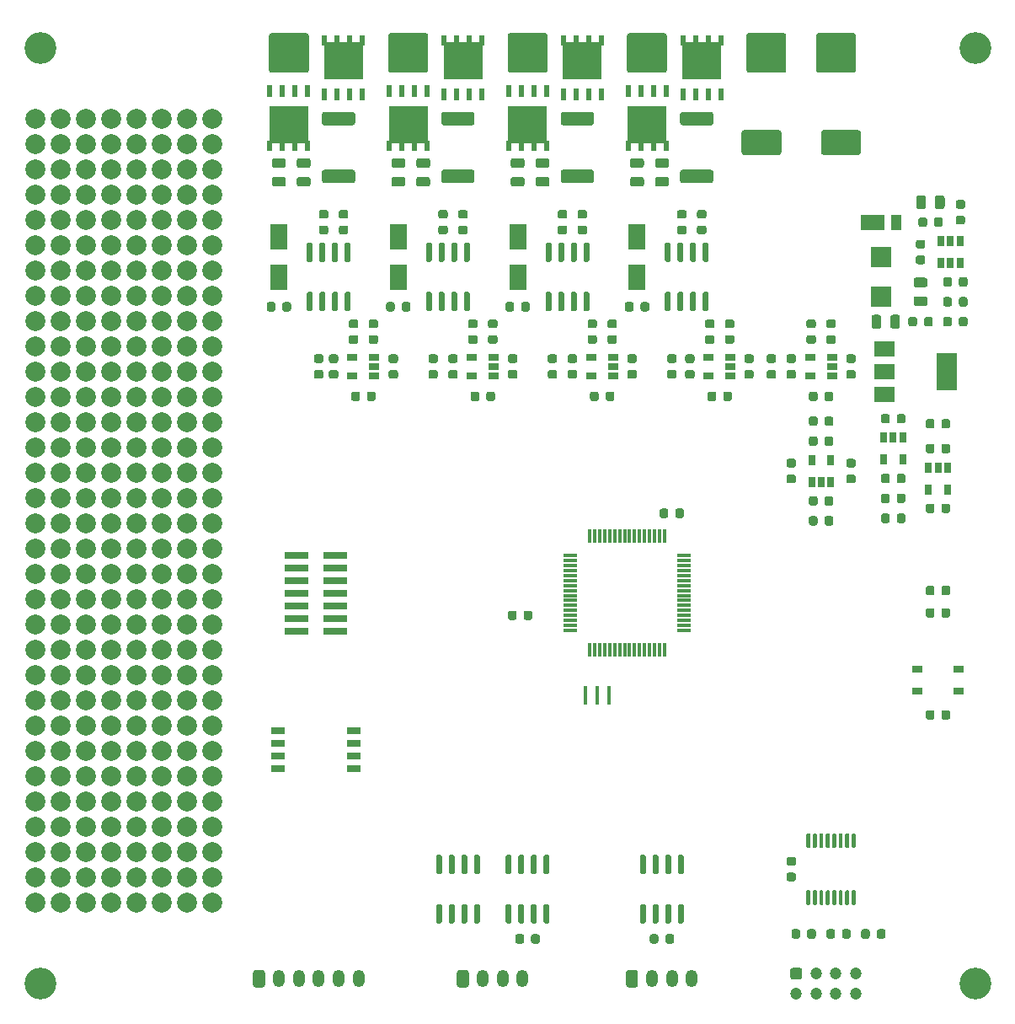
<source format=gts>
%TF.GenerationSoftware,KiCad,Pcbnew,(5.1.10)-1*%
%TF.CreationDate,2022-10-01T12:24:56+09:00*%
%TF.ProjectId,quadBLDC,71756164-424c-4444-932e-6b696361645f,rev?*%
%TF.SameCoordinates,Original*%
%TF.FileFunction,Soldermask,Top*%
%TF.FilePolarity,Negative*%
%FSLAX46Y46*%
G04 Gerber Fmt 4.6, Leading zero omitted, Abs format (unit mm)*
G04 Created by KiCad (PCBNEW (5.1.10)-1) date 2022-10-01 12:24:56*
%MOMM*%
%LPD*%
G01*
G04 APERTURE LIST*
%ADD10C,2.000000*%
%ADD11R,0.610000X1.270000*%
%ADD12R,0.610000X1.020000*%
%ADD13R,3.910000X3.810000*%
%ADD14R,1.800000X2.500000*%
%ADD15R,2.400000X1.500000*%
%ADD16R,1.050000X1.500000*%
%ADD17C,3.200000*%
%ADD18R,0.300000X1.475000*%
%ADD19R,1.475000X0.300000*%
%ADD20O,1.200000X1.750000*%
%ADD21R,2.400000X0.740000*%
%ADD22C,1.200000*%
%ADD23R,2.000000X2.000000*%
%ADD24R,1.050000X0.650000*%
%ADD25R,1.425000X0.750000*%
%ADD26R,1.060000X0.650000*%
%ADD27R,0.650000X1.060000*%
%ADD28R,2.000000X3.800000*%
%ADD29R,2.000000X1.500000*%
%ADD30R,0.400000X1.900000*%
G04 APERTURE END LIST*
D10*
%TO.C,REF\u002A\u002A*%
X5080000Y-12700000D03*
%TD*%
%TO.C,REF\u002A\u002A*%
X15240000Y-86360000D03*
%TD*%
%TO.C,REF\u002A\u002A*%
X20320000Y-12700000D03*
%TD*%
%TO.C,REF\u002A\u002A*%
X15240000Y-12700000D03*
%TD*%
%TO.C,REF\u002A\u002A*%
X10160000Y-86360000D03*
%TD*%
%TO.C,REF\u002A\u002A*%
X10160000Y-81280000D03*
%TD*%
%TO.C,REF\u002A\u002A*%
X20320000Y-86360000D03*
%TD*%
%TO.C,REF\u002A\u002A*%
X5080000Y-81280000D03*
%TD*%
%TO.C,REF\u002A\u002A*%
X12700000Y-86360000D03*
%TD*%
%TO.C,REF\u002A\u002A*%
X17780000Y-83820000D03*
%TD*%
%TO.C,REF\u002A\u002A*%
X2540000Y-83820000D03*
%TD*%
%TO.C,REF\u002A\u002A*%
X15240000Y-81280000D03*
%TD*%
%TO.C,REF\u002A\u002A*%
X20320000Y-83820000D03*
%TD*%
%TO.C,REF\u002A\u002A*%
X15240000Y-83820000D03*
%TD*%
%TO.C,REF\u002A\u002A*%
X7620000Y-83820000D03*
%TD*%
%TO.C,REF\u002A\u002A*%
X17780000Y-81280000D03*
%TD*%
%TO.C,REF\u002A\u002A*%
X5080000Y-83820000D03*
%TD*%
%TO.C,REF\u002A\u002A*%
X2540000Y-86360000D03*
%TD*%
%TO.C,REF\u002A\u002A*%
X7620000Y-86360000D03*
%TD*%
%TO.C,REF\u002A\u002A*%
X10160000Y-83820000D03*
%TD*%
%TO.C,REF\u002A\u002A*%
X20320000Y-81280000D03*
%TD*%
%TO.C,REF\u002A\u002A*%
X12700000Y-83820000D03*
%TD*%
%TO.C,REF\u002A\u002A*%
X2540000Y-81280000D03*
%TD*%
%TO.C,REF\u002A\u002A*%
X7620000Y-81280000D03*
%TD*%
%TO.C,REF\u002A\u002A*%
X17780000Y-86360000D03*
%TD*%
%TO.C,REF\u002A\u002A*%
X5080000Y-86360000D03*
%TD*%
%TO.C,REF\u002A\u002A*%
X12700000Y-81280000D03*
%TD*%
%TO.C,REF\u002A\u002A*%
X12700000Y-12700000D03*
%TD*%
%TO.C,REF\u002A\u002A*%
X2540000Y-12700000D03*
%TD*%
%TO.C,REF\u002A\u002A*%
X10160000Y-12700000D03*
%TD*%
%TO.C,REF\u002A\u002A*%
X17780000Y-12700000D03*
%TD*%
%TO.C,REF\u002A\u002A*%
X20320000Y-10160000D03*
%TD*%
%TO.C,REF\u002A\u002A*%
X7620000Y-10160000D03*
%TD*%
%TO.C,REF\u002A\u002A*%
X15240000Y-10160000D03*
%TD*%
%TO.C,REF\u002A\u002A*%
X7620000Y-12700000D03*
%TD*%
%TO.C,REF\u002A\u002A*%
X12700000Y-10160000D03*
%TD*%
%TO.C,REF\u002A\u002A*%
X5080000Y-10160000D03*
%TD*%
%TO.C,REF\u002A\u002A*%
X17780000Y-10160000D03*
%TD*%
%TO.C,REF\u002A\u002A*%
X2540000Y-10160000D03*
%TD*%
%TO.C,REF\u002A\u002A*%
X10160000Y-10160000D03*
%TD*%
%TO.C,REF\u002A\u002A*%
X2540000Y-40640000D03*
%TD*%
%TO.C,REF\u002A\u002A*%
X12700000Y-43180000D03*
%TD*%
%TO.C,REF\u002A\u002A*%
X5080000Y-45720000D03*
%TD*%
%TO.C,REF\u002A\u002A*%
X7620000Y-48260000D03*
%TD*%
%TO.C,REF\u002A\u002A*%
X5080000Y-43180000D03*
%TD*%
%TO.C,REF\u002A\u002A*%
X10160000Y-48260000D03*
%TD*%
%TO.C,REF\u002A\u002A*%
X5080000Y-40640000D03*
%TD*%
%TO.C,REF\u002A\u002A*%
X12700000Y-40640000D03*
%TD*%
%TO.C,REF\u002A\u002A*%
X5080000Y-48260000D03*
%TD*%
%TO.C,REF\u002A\u002A*%
X17780000Y-43180000D03*
%TD*%
%TO.C,REF\u002A\u002A*%
X17780000Y-48260000D03*
%TD*%
%TO.C,REF\u002A\u002A*%
X2540000Y-45720000D03*
%TD*%
%TO.C,REF\u002A\u002A*%
X20320000Y-43180000D03*
%TD*%
%TO.C,REF\u002A\u002A*%
X17780000Y-45720000D03*
%TD*%
%TO.C,REF\u002A\u002A*%
X10160000Y-43180000D03*
%TD*%
%TO.C,REF\u002A\u002A*%
X7620000Y-43180000D03*
%TD*%
%TO.C,REF\u002A\u002A*%
X15240000Y-48260000D03*
%TD*%
%TO.C,REF\u002A\u002A*%
X20320000Y-40640000D03*
%TD*%
%TO.C,REF\u002A\u002A*%
X20320000Y-45720000D03*
%TD*%
%TO.C,REF\u002A\u002A*%
X10160000Y-40640000D03*
%TD*%
%TO.C,REF\u002A\u002A*%
X7620000Y-40640000D03*
%TD*%
%TO.C,REF\u002A\u002A*%
X2540000Y-43180000D03*
%TD*%
%TO.C,REF\u002A\u002A*%
X17780000Y-40640000D03*
%TD*%
%TO.C,REF\u002A\u002A*%
X15240000Y-40640000D03*
%TD*%
%TO.C,REF\u002A\u002A*%
X15240000Y-43180000D03*
%TD*%
%TO.C,REF\u002A\u002A*%
X12700000Y-48260000D03*
%TD*%
%TO.C,REF\u002A\u002A*%
X15240000Y-76200000D03*
%TD*%
%TO.C,REF\u002A\u002A*%
X10160000Y-76200000D03*
%TD*%
%TO.C,REF\u002A\u002A*%
X10160000Y-78740000D03*
%TD*%
%TO.C,REF\u002A\u002A*%
X12700000Y-76200000D03*
%TD*%
%TO.C,REF\u002A\u002A*%
X20320000Y-76200000D03*
%TD*%
%TO.C,REF\u002A\u002A*%
X20320000Y-78740000D03*
%TD*%
%TO.C,REF\u002A\u002A*%
X7620000Y-78740000D03*
%TD*%
%TO.C,REF\u002A\u002A*%
X12700000Y-78740000D03*
%TD*%
%TO.C,REF\u002A\u002A*%
X15240000Y-78740000D03*
%TD*%
%TO.C,REF\u002A\u002A*%
X7620000Y-76200000D03*
%TD*%
%TO.C,REF\u002A\u002A*%
X2540000Y-78740000D03*
%TD*%
%TO.C,REF\u002A\u002A*%
X2540000Y-76200000D03*
%TD*%
%TO.C,REF\u002A\u002A*%
X17780000Y-76200000D03*
%TD*%
%TO.C,REF\u002A\u002A*%
X5080000Y-76200000D03*
%TD*%
%TO.C,REF\u002A\u002A*%
X17780000Y-78740000D03*
%TD*%
%TO.C,REF\u002A\u002A*%
X5080000Y-78740000D03*
%TD*%
%TO.C,REF\u002A\u002A*%
X2540000Y-73660000D03*
%TD*%
%TO.C,REF\u002A\u002A*%
X20320000Y-73660000D03*
%TD*%
%TO.C,REF\u002A\u002A*%
X15240000Y-71120000D03*
%TD*%
%TO.C,REF\u002A\u002A*%
X10160000Y-71120000D03*
%TD*%
%TO.C,REF\u002A\u002A*%
X12700000Y-71120000D03*
%TD*%
%TO.C,REF\u002A\u002A*%
X7620000Y-71120000D03*
%TD*%
%TO.C,REF\u002A\u002A*%
X17780000Y-58420000D03*
%TD*%
%TO.C,REF\u002A\u002A*%
X7620000Y-66040000D03*
%TD*%
%TO.C,REF\u002A\u002A*%
X17780000Y-66040000D03*
%TD*%
%TO.C,REF\u002A\u002A*%
X5080000Y-68580000D03*
%TD*%
%TO.C,REF\u002A\u002A*%
X7620000Y-73660000D03*
%TD*%
%TO.C,REF\u002A\u002A*%
X2540000Y-63500000D03*
%TD*%
%TO.C,REF\u002A\u002A*%
X20320000Y-71120000D03*
%TD*%
%TO.C,REF\u002A\u002A*%
X10160000Y-66040000D03*
%TD*%
%TO.C,REF\u002A\u002A*%
X12700000Y-68580000D03*
%TD*%
%TO.C,REF\u002A\u002A*%
X2540000Y-68580000D03*
%TD*%
%TO.C,REF\u002A\u002A*%
X2540000Y-71120000D03*
%TD*%
%TO.C,REF\u002A\u002A*%
X15240000Y-73660000D03*
%TD*%
%TO.C,REF\u002A\u002A*%
X12700000Y-66040000D03*
%TD*%
%TO.C,REF\u002A\u002A*%
X17780000Y-71120000D03*
%TD*%
%TO.C,REF\u002A\u002A*%
X10160000Y-68580000D03*
%TD*%
%TO.C,REF\u002A\u002A*%
X15240000Y-68580000D03*
%TD*%
%TO.C,REF\u002A\u002A*%
X5080000Y-73660000D03*
%TD*%
%TO.C,REF\u002A\u002A*%
X10160000Y-73660000D03*
%TD*%
%TO.C,REF\u002A\u002A*%
X2540000Y-66040000D03*
%TD*%
%TO.C,REF\u002A\u002A*%
X5080000Y-66040000D03*
%TD*%
%TO.C,REF\u002A\u002A*%
X12700000Y-73660000D03*
%TD*%
%TO.C,REF\u002A\u002A*%
X5080000Y-71120000D03*
%TD*%
%TO.C,REF\u002A\u002A*%
X20320000Y-66040000D03*
%TD*%
%TO.C,REF\u002A\u002A*%
X17780000Y-68580000D03*
%TD*%
%TO.C,REF\u002A\u002A*%
X20320000Y-63500000D03*
%TD*%
%TO.C,REF\u002A\u002A*%
X15240000Y-60960000D03*
%TD*%
%TO.C,REF\u002A\u002A*%
X20320000Y-60960000D03*
%TD*%
%TO.C,REF\u002A\u002A*%
X12700000Y-60960000D03*
%TD*%
%TO.C,REF\u002A\u002A*%
X17780000Y-73660000D03*
%TD*%
%TO.C,REF\u002A\u002A*%
X15240000Y-66040000D03*
%TD*%
%TO.C,REF\u002A\u002A*%
X10160000Y-60960000D03*
%TD*%
%TO.C,REF\u002A\u002A*%
X5080000Y-55880000D03*
%TD*%
%TO.C,REF\u002A\u002A*%
X20320000Y-68580000D03*
%TD*%
%TO.C,REF\u002A\u002A*%
X10160000Y-55880000D03*
%TD*%
%TO.C,REF\u002A\u002A*%
X10160000Y-63500000D03*
%TD*%
%TO.C,REF\u002A\u002A*%
X7620000Y-68580000D03*
%TD*%
%TO.C,REF\u002A\u002A*%
X2540000Y-60960000D03*
%TD*%
%TO.C,REF\u002A\u002A*%
X2540000Y-58420000D03*
%TD*%
%TO.C,REF\u002A\u002A*%
X15240000Y-58420000D03*
%TD*%
%TO.C,REF\u002A\u002A*%
X7620000Y-58420000D03*
%TD*%
%TO.C,REF\u002A\u002A*%
X12700000Y-58420000D03*
%TD*%
%TO.C,REF\u002A\u002A*%
X15240000Y-55880000D03*
%TD*%
%TO.C,REF\u002A\u002A*%
X7620000Y-63500000D03*
%TD*%
%TO.C,REF\u002A\u002A*%
X17780000Y-60960000D03*
%TD*%
%TO.C,REF\u002A\u002A*%
X5080000Y-60960000D03*
%TD*%
%TO.C,REF\u002A\u002A*%
X15240000Y-63500000D03*
%TD*%
%TO.C,REF\u002A\u002A*%
X10160000Y-58420000D03*
%TD*%
%TO.C,REF\u002A\u002A*%
X17780000Y-63500000D03*
%TD*%
%TO.C,REF\u002A\u002A*%
X12700000Y-55880000D03*
%TD*%
%TO.C,REF\u002A\u002A*%
X5080000Y-58420000D03*
%TD*%
%TO.C,REF\u002A\u002A*%
X7620000Y-60960000D03*
%TD*%
%TO.C,REF\u002A\u002A*%
X12700000Y-63500000D03*
%TD*%
%TO.C,REF\u002A\u002A*%
X20320000Y-58420000D03*
%TD*%
%TO.C,REF\u002A\u002A*%
X17780000Y-55880000D03*
%TD*%
%TO.C,REF\u002A\u002A*%
X20320000Y-55880000D03*
%TD*%
%TO.C,REF\u002A\u002A*%
X2540000Y-55880000D03*
%TD*%
%TO.C,REF\u002A\u002A*%
X7620000Y-55880000D03*
%TD*%
%TO.C,REF\u002A\u002A*%
X5080000Y-63500000D03*
%TD*%
%TO.C,REF\u002A\u002A*%
X15240000Y-50800000D03*
%TD*%
%TO.C,REF\u002A\u002A*%
X10160000Y-50800000D03*
%TD*%
%TO.C,REF\u002A\u002A*%
X10160000Y-53340000D03*
%TD*%
%TO.C,REF\u002A\u002A*%
X12700000Y-50800000D03*
%TD*%
%TO.C,REF\u002A\u002A*%
X2540000Y-48260000D03*
%TD*%
%TO.C,REF\u002A\u002A*%
X17780000Y-50800000D03*
%TD*%
%TO.C,REF\u002A\u002A*%
X10160000Y-45720000D03*
%TD*%
%TO.C,REF\u002A\u002A*%
X5080000Y-53340000D03*
%TD*%
%TO.C,REF\u002A\u002A*%
X15240000Y-53340000D03*
%TD*%
%TO.C,REF\u002A\u002A*%
X20320000Y-50800000D03*
%TD*%
%TO.C,REF\u002A\u002A*%
X7620000Y-45720000D03*
%TD*%
%TO.C,REF\u002A\u002A*%
X2540000Y-53340000D03*
%TD*%
%TO.C,REF\u002A\u002A*%
X12700000Y-53340000D03*
%TD*%
%TO.C,REF\u002A\u002A*%
X5080000Y-50800000D03*
%TD*%
%TO.C,REF\u002A\u002A*%
X17780000Y-53340000D03*
%TD*%
%TO.C,REF\u002A\u002A*%
X20320000Y-48260000D03*
%TD*%
%TO.C,REF\u002A\u002A*%
X15240000Y-45720000D03*
%TD*%
%TO.C,REF\u002A\u002A*%
X20320000Y-53340000D03*
%TD*%
%TO.C,REF\u002A\u002A*%
X12700000Y-45720000D03*
%TD*%
%TO.C,REF\u002A\u002A*%
X7620000Y-50800000D03*
%TD*%
%TO.C,REF\u002A\u002A*%
X2540000Y-50800000D03*
%TD*%
%TO.C,REF\u002A\u002A*%
X7620000Y-53340000D03*
%TD*%
%TO.C,REF\u002A\u002A*%
X5080000Y-20320000D03*
%TD*%
%TO.C,REF\u002A\u002A*%
X5080000Y-15240000D03*
%TD*%
%TO.C,REF\u002A\u002A*%
X12700000Y-15240000D03*
%TD*%
%TO.C,REF\u002A\u002A*%
X12700000Y-17780000D03*
%TD*%
%TO.C,REF\u002A\u002A*%
X17780000Y-22860000D03*
%TD*%
%TO.C,REF\u002A\u002A*%
X2540000Y-15240000D03*
%TD*%
%TO.C,REF\u002A\u002A*%
X2540000Y-20320000D03*
%TD*%
%TO.C,REF\u002A\u002A*%
X15240000Y-22860000D03*
%TD*%
%TO.C,REF\u002A\u002A*%
X12700000Y-22860000D03*
%TD*%
%TO.C,REF\u002A\u002A*%
X5080000Y-22860000D03*
%TD*%
%TO.C,REF\u002A\u002A*%
X20320000Y-15240000D03*
%TD*%
%TO.C,REF\u002A\u002A*%
X7620000Y-17780000D03*
%TD*%
%TO.C,REF\u002A\u002A*%
X10160000Y-22860000D03*
%TD*%
%TO.C,REF\u002A\u002A*%
X10160000Y-15240000D03*
%TD*%
%TO.C,REF\u002A\u002A*%
X15240000Y-17780000D03*
%TD*%
%TO.C,REF\u002A\u002A*%
X2540000Y-17780000D03*
%TD*%
%TO.C,REF\u002A\u002A*%
X20320000Y-17780000D03*
%TD*%
%TO.C,REF\u002A\u002A*%
X15240000Y-15240000D03*
%TD*%
%TO.C,REF\u002A\u002A*%
X10160000Y-17780000D03*
%TD*%
%TO.C,REF\u002A\u002A*%
X17780000Y-20320000D03*
%TD*%
%TO.C,REF\u002A\u002A*%
X17780000Y-17780000D03*
%TD*%
%TO.C,REF\u002A\u002A*%
X10160000Y-38100000D03*
%TD*%
%TO.C,REF\u002A\u002A*%
X2540000Y-38100000D03*
%TD*%
%TO.C,REF\u002A\u002A*%
X5080000Y-33020000D03*
%TD*%
%TO.C,REF\u002A\u002A*%
X15240000Y-38100000D03*
%TD*%
%TO.C,REF\u002A\u002A*%
X2540000Y-33020000D03*
%TD*%
%TO.C,REF\u002A\u002A*%
X20320000Y-33020000D03*
%TD*%
%TO.C,REF\u002A\u002A*%
X17780000Y-30480000D03*
%TD*%
%TO.C,REF\u002A\u002A*%
X15240000Y-35560000D03*
%TD*%
%TO.C,REF\u002A\u002A*%
X10160000Y-30480000D03*
%TD*%
%TO.C,REF\u002A\u002A*%
X20320000Y-35560000D03*
%TD*%
%TO.C,REF\u002A\u002A*%
X5080000Y-30480000D03*
%TD*%
%TO.C,REF\u002A\u002A*%
X20320000Y-38100000D03*
%TD*%
%TO.C,REF\u002A\u002A*%
X10160000Y-35560000D03*
%TD*%
%TO.C,REF\u002A\u002A*%
X12700000Y-35560000D03*
%TD*%
%TO.C,REF\u002A\u002A*%
X17780000Y-33020000D03*
%TD*%
%TO.C,REF\u002A\u002A*%
X7620000Y-38100000D03*
%TD*%
%TO.C,REF\u002A\u002A*%
X12700000Y-38100000D03*
%TD*%
%TO.C,REF\u002A\u002A*%
X15240000Y-30480000D03*
%TD*%
%TO.C,REF\u002A\u002A*%
X15240000Y-33020000D03*
%TD*%
%TO.C,REF\u002A\u002A*%
X7620000Y-33020000D03*
%TD*%
%TO.C,REF\u002A\u002A*%
X2540000Y-35560000D03*
%TD*%
%TO.C,REF\u002A\u002A*%
X7620000Y-35560000D03*
%TD*%
%TO.C,REF\u002A\u002A*%
X10160000Y-33020000D03*
%TD*%
%TO.C,REF\u002A\u002A*%
X20320000Y-30480000D03*
%TD*%
%TO.C,REF\u002A\u002A*%
X12700000Y-33020000D03*
%TD*%
%TO.C,REF\u002A\u002A*%
X2540000Y-30480000D03*
%TD*%
%TO.C,REF\u002A\u002A*%
X17780000Y-35560000D03*
%TD*%
%TO.C,REF\u002A\u002A*%
X5080000Y-35560000D03*
%TD*%
%TO.C,REF\u002A\u002A*%
X12700000Y-30480000D03*
%TD*%
%TO.C,REF\u002A\u002A*%
X15240000Y-25400000D03*
%TD*%
%TO.C,REF\u002A\u002A*%
X10160000Y-25400000D03*
%TD*%
%TO.C,REF\u002A\u002A*%
X5080000Y-38100000D03*
%TD*%
%TO.C,REF\u002A\u002A*%
X10160000Y-27940000D03*
%TD*%
%TO.C,REF\u002A\u002A*%
X20320000Y-25400000D03*
%TD*%
%TO.C,REF\u002A\u002A*%
X7620000Y-27940000D03*
%TD*%
%TO.C,REF\u002A\u002A*%
X7620000Y-30480000D03*
%TD*%
%TO.C,REF\u002A\u002A*%
X12700000Y-27940000D03*
%TD*%
%TO.C,REF\u002A\u002A*%
X15240000Y-27940000D03*
%TD*%
%TO.C,REF\u002A\u002A*%
X20320000Y-27940000D03*
%TD*%
%TO.C,REF\u002A\u002A*%
X17780000Y-38100000D03*
%TD*%
%TO.C,REF\u002A\u002A*%
X12700000Y-25400000D03*
%TD*%
%TO.C,REF\u002A\u002A*%
X5080000Y-27940000D03*
%TD*%
%TO.C,REF\u002A\u002A*%
X2540000Y-22860000D03*
%TD*%
%TO.C,REF\u002A\u002A*%
X17780000Y-25400000D03*
%TD*%
%TO.C,REF\u002A\u002A*%
X10160000Y-20320000D03*
%TD*%
%TO.C,REF\u002A\u002A*%
X7620000Y-20320000D03*
%TD*%
%TO.C,REF\u002A\u002A*%
X7620000Y-15240000D03*
%TD*%
%TO.C,REF\u002A\u002A*%
X5080000Y-17780000D03*
%TD*%
%TO.C,REF\u002A\u002A*%
X15240000Y-20320000D03*
%TD*%
%TO.C,REF\u002A\u002A*%
X17780000Y-15240000D03*
%TD*%
%TO.C,REF\u002A\u002A*%
X12700000Y-20320000D03*
%TD*%
%TO.C,REF\u002A\u002A*%
X20320000Y-22860000D03*
%TD*%
%TO.C,REF\u002A\u002A*%
X2540000Y-27940000D03*
%TD*%
%TO.C,REF\u002A\u002A*%
X7620000Y-22860000D03*
%TD*%
%TO.C,REF\u002A\u002A*%
X20320000Y-20320000D03*
%TD*%
%TO.C,REF\u002A\u002A*%
X2540000Y-25400000D03*
%TD*%
%TO.C,REF\u002A\u002A*%
X5080000Y-25400000D03*
%TD*%
%TO.C,REF\u002A\u002A*%
X7620000Y-25400000D03*
%TD*%
%TO.C,REF\u002A\u002A*%
X17780000Y-27940000D03*
%TD*%
%TO.C,REF\u002A\u002A*%
X20320000Y-88900000D03*
%TD*%
%TO.C,REF\u002A\u002A*%
X10160000Y-88900000D03*
%TD*%
%TO.C,REF\u002A\u002A*%
X7620000Y-88900000D03*
%TD*%
%TO.C,REF\u002A\u002A*%
X12700000Y-88900000D03*
%TD*%
%TO.C,REF\u002A\u002A*%
X15240000Y-88900000D03*
%TD*%
%TO.C,REF\u002A\u002A*%
X17780000Y-88900000D03*
%TD*%
%TO.C,REF\u002A\u002A*%
X5080000Y-88900000D03*
%TD*%
%TO.C,REF\u002A\u002A*%
X2540000Y-88900000D03*
%TD*%
%TO.C,C33*%
G36*
G01*
X92850000Y-20756250D02*
X92850000Y-20243750D01*
G75*
G02*
X93068750Y-20025000I218750J0D01*
G01*
X93506250Y-20025000D01*
G75*
G02*
X93725000Y-20243750I0J-218750D01*
G01*
X93725000Y-20756250D01*
G75*
G02*
X93506250Y-20975000I-218750J0D01*
G01*
X93068750Y-20975000D01*
G75*
G02*
X92850000Y-20756250I0J218750D01*
G01*
G37*
G36*
G01*
X91275000Y-20756250D02*
X91275000Y-20243750D01*
G75*
G02*
X91493750Y-20025000I218750J0D01*
G01*
X91931250Y-20025000D01*
G75*
G02*
X92150000Y-20243750I0J-218750D01*
G01*
X92150000Y-20756250D01*
G75*
G02*
X91931250Y-20975000I-218750J0D01*
G01*
X91493750Y-20975000D01*
G75*
G02*
X91275000Y-20756250I0J218750D01*
G01*
G37*
%TD*%
%TO.C,C32*%
G36*
G01*
X92950000Y-18956250D02*
X92950000Y-18043750D01*
G75*
G02*
X93193750Y-17800000I243750J0D01*
G01*
X93681250Y-17800000D01*
G75*
G02*
X93925000Y-18043750I0J-243750D01*
G01*
X93925000Y-18956250D01*
G75*
G02*
X93681250Y-19200000I-243750J0D01*
G01*
X93193750Y-19200000D01*
G75*
G02*
X92950000Y-18956250I0J243750D01*
G01*
G37*
G36*
G01*
X91075000Y-18956250D02*
X91075000Y-18043750D01*
G75*
G02*
X91318750Y-17800000I243750J0D01*
G01*
X91806250Y-17800000D01*
G75*
G02*
X92050000Y-18043750I0J-243750D01*
G01*
X92050000Y-18956250D01*
G75*
G02*
X91806250Y-19200000I-243750J0D01*
G01*
X91318750Y-19200000D01*
G75*
G02*
X91075000Y-18956250I0J243750D01*
G01*
G37*
%TD*%
D11*
%TO.C,Q5*%
X41905000Y-7330000D03*
X40635000Y-7330000D03*
X39365000Y-7330000D03*
X38095000Y-7330000D03*
D12*
X38095000Y-12795000D03*
X39365000Y-12795000D03*
X40635000Y-12795000D03*
X41905000Y-12795000D03*
D13*
X40000000Y-10690000D03*
%TD*%
%TO.C,U1*%
G36*
G01*
X66245000Y-24500000D02*
X65945000Y-24500000D01*
G75*
G02*
X65795000Y-24350000I0J150000D01*
G01*
X65795000Y-22700000D01*
G75*
G02*
X65945000Y-22550000I150000J0D01*
G01*
X66245000Y-22550000D01*
G75*
G02*
X66395000Y-22700000I0J-150000D01*
G01*
X66395000Y-24350000D01*
G75*
G02*
X66245000Y-24500000I-150000J0D01*
G01*
G37*
G36*
G01*
X67515000Y-24500000D02*
X67215000Y-24500000D01*
G75*
G02*
X67065000Y-24350000I0J150000D01*
G01*
X67065000Y-22700000D01*
G75*
G02*
X67215000Y-22550000I150000J0D01*
G01*
X67515000Y-22550000D01*
G75*
G02*
X67665000Y-22700000I0J-150000D01*
G01*
X67665000Y-24350000D01*
G75*
G02*
X67515000Y-24500000I-150000J0D01*
G01*
G37*
G36*
G01*
X68785000Y-24500000D02*
X68485000Y-24500000D01*
G75*
G02*
X68335000Y-24350000I0J150000D01*
G01*
X68335000Y-22700000D01*
G75*
G02*
X68485000Y-22550000I150000J0D01*
G01*
X68785000Y-22550000D01*
G75*
G02*
X68935000Y-22700000I0J-150000D01*
G01*
X68935000Y-24350000D01*
G75*
G02*
X68785000Y-24500000I-150000J0D01*
G01*
G37*
G36*
G01*
X70055000Y-24500000D02*
X69755000Y-24500000D01*
G75*
G02*
X69605000Y-24350000I0J150000D01*
G01*
X69605000Y-22700000D01*
G75*
G02*
X69755000Y-22550000I150000J0D01*
G01*
X70055000Y-22550000D01*
G75*
G02*
X70205000Y-22700000I0J-150000D01*
G01*
X70205000Y-24350000D01*
G75*
G02*
X70055000Y-24500000I-150000J0D01*
G01*
G37*
G36*
G01*
X70055000Y-29450000D02*
X69755000Y-29450000D01*
G75*
G02*
X69605000Y-29300000I0J150000D01*
G01*
X69605000Y-27650000D01*
G75*
G02*
X69755000Y-27500000I150000J0D01*
G01*
X70055000Y-27500000D01*
G75*
G02*
X70205000Y-27650000I0J-150000D01*
G01*
X70205000Y-29300000D01*
G75*
G02*
X70055000Y-29450000I-150000J0D01*
G01*
G37*
G36*
G01*
X68785000Y-29450000D02*
X68485000Y-29450000D01*
G75*
G02*
X68335000Y-29300000I0J150000D01*
G01*
X68335000Y-27650000D01*
G75*
G02*
X68485000Y-27500000I150000J0D01*
G01*
X68785000Y-27500000D01*
G75*
G02*
X68935000Y-27650000I0J-150000D01*
G01*
X68935000Y-29300000D01*
G75*
G02*
X68785000Y-29450000I-150000J0D01*
G01*
G37*
G36*
G01*
X67515000Y-29450000D02*
X67215000Y-29450000D01*
G75*
G02*
X67065000Y-29300000I0J150000D01*
G01*
X67065000Y-27650000D01*
G75*
G02*
X67215000Y-27500000I150000J0D01*
G01*
X67515000Y-27500000D01*
G75*
G02*
X67665000Y-27650000I0J-150000D01*
G01*
X67665000Y-29300000D01*
G75*
G02*
X67515000Y-29450000I-150000J0D01*
G01*
G37*
G36*
G01*
X66245000Y-29450000D02*
X65945000Y-29450000D01*
G75*
G02*
X65795000Y-29300000I0J150000D01*
G01*
X65795000Y-27650000D01*
G75*
G02*
X65945000Y-27500000I150000J0D01*
G01*
X66245000Y-27500000D01*
G75*
G02*
X66395000Y-27650000I0J-150000D01*
G01*
X66395000Y-29300000D01*
G75*
G02*
X66245000Y-29450000I-150000J0D01*
G01*
G37*
%TD*%
%TO.C,R7*%
G36*
G01*
X67243750Y-20850000D02*
X67756250Y-20850000D01*
G75*
G02*
X67975000Y-21068750I0J-218750D01*
G01*
X67975000Y-21506250D01*
G75*
G02*
X67756250Y-21725000I-218750J0D01*
G01*
X67243750Y-21725000D01*
G75*
G02*
X67025000Y-21506250I0J218750D01*
G01*
X67025000Y-21068750D01*
G75*
G02*
X67243750Y-20850000I218750J0D01*
G01*
G37*
G36*
G01*
X67243750Y-19275000D02*
X67756250Y-19275000D01*
G75*
G02*
X67975000Y-19493750I0J-218750D01*
G01*
X67975000Y-19931250D01*
G75*
G02*
X67756250Y-20150000I-218750J0D01*
G01*
X67243750Y-20150000D01*
G75*
G02*
X67025000Y-19931250I0J218750D01*
G01*
X67025000Y-19493750D01*
G75*
G02*
X67243750Y-19275000I218750J0D01*
G01*
G37*
%TD*%
%TO.C,C1*%
G36*
G01*
X73500000Y-13500000D02*
X73500000Y-11500000D01*
G75*
G02*
X73750000Y-11250000I250000J0D01*
G01*
X77250000Y-11250000D01*
G75*
G02*
X77500000Y-11500000I0J-250000D01*
G01*
X77500000Y-13500000D01*
G75*
G02*
X77250000Y-13750000I-250000J0D01*
G01*
X73750000Y-13750000D01*
G75*
G02*
X73500000Y-13500000I0J250000D01*
G01*
G37*
G36*
G01*
X81500000Y-13500000D02*
X81500000Y-11500000D01*
G75*
G02*
X81750000Y-11250000I250000J0D01*
G01*
X85250000Y-11250000D01*
G75*
G02*
X85500000Y-11500000I0J-250000D01*
G01*
X85500000Y-13500000D01*
G75*
G02*
X85250000Y-13750000I-250000J0D01*
G01*
X81750000Y-13750000D01*
G75*
G02*
X81500000Y-13500000I0J250000D01*
G01*
G37*
%TD*%
%TO.C,C4*%
G36*
G01*
X66756250Y-34650000D02*
X66243750Y-34650000D01*
G75*
G02*
X66025000Y-34431250I0J218750D01*
G01*
X66025000Y-33993750D01*
G75*
G02*
X66243750Y-33775000I218750J0D01*
G01*
X66756250Y-33775000D01*
G75*
G02*
X66975000Y-33993750I0J-218750D01*
G01*
X66975000Y-34431250D01*
G75*
G02*
X66756250Y-34650000I-218750J0D01*
G01*
G37*
G36*
G01*
X66756250Y-36225000D02*
X66243750Y-36225000D01*
G75*
G02*
X66025000Y-36006250I0J218750D01*
G01*
X66025000Y-35568750D01*
G75*
G02*
X66243750Y-35350000I218750J0D01*
G01*
X66756250Y-35350000D01*
G75*
G02*
X66975000Y-35568750I0J-218750D01*
G01*
X66975000Y-36006250D01*
G75*
G02*
X66756250Y-36225000I-218750J0D01*
G01*
G37*
%TD*%
%TO.C,C5*%
G36*
G01*
X70085000Y-38256250D02*
X70085000Y-37743750D01*
G75*
G02*
X70303750Y-37525000I218750J0D01*
G01*
X70741250Y-37525000D01*
G75*
G02*
X70960000Y-37743750I0J-218750D01*
G01*
X70960000Y-38256250D01*
G75*
G02*
X70741250Y-38475000I-218750J0D01*
G01*
X70303750Y-38475000D01*
G75*
G02*
X70085000Y-38256250I0J218750D01*
G01*
G37*
G36*
G01*
X71660000Y-38256250D02*
X71660000Y-37743750D01*
G75*
G02*
X71878750Y-37525000I218750J0D01*
G01*
X72316250Y-37525000D01*
G75*
G02*
X72535000Y-37743750I0J-218750D01*
G01*
X72535000Y-38256250D01*
G75*
G02*
X72316250Y-38475000I-218750J0D01*
G01*
X71878750Y-38475000D01*
G75*
G02*
X71660000Y-38256250I0J218750D01*
G01*
G37*
%TD*%
%TO.C,C6*%
G36*
G01*
X65043750Y-14075000D02*
X65956250Y-14075000D01*
G75*
G02*
X66200000Y-14318750I0J-243750D01*
G01*
X66200000Y-14806250D01*
G75*
G02*
X65956250Y-15050000I-243750J0D01*
G01*
X65043750Y-15050000D01*
G75*
G02*
X64800000Y-14806250I0J243750D01*
G01*
X64800000Y-14318750D01*
G75*
G02*
X65043750Y-14075000I243750J0D01*
G01*
G37*
G36*
G01*
X65043750Y-15950000D02*
X65956250Y-15950000D01*
G75*
G02*
X66200000Y-16193750I0J-243750D01*
G01*
X66200000Y-16681250D01*
G75*
G02*
X65956250Y-16925000I-243750J0D01*
G01*
X65043750Y-16925000D01*
G75*
G02*
X64800000Y-16681250I0J243750D01*
G01*
X64800000Y-16193750D01*
G75*
G02*
X65043750Y-15950000I243750J0D01*
G01*
G37*
%TD*%
%TO.C,C9*%
G36*
G01*
X76756250Y-36225000D02*
X76243750Y-36225000D01*
G75*
G02*
X76025000Y-36006250I0J218750D01*
G01*
X76025000Y-35568750D01*
G75*
G02*
X76243750Y-35350000I218750J0D01*
G01*
X76756250Y-35350000D01*
G75*
G02*
X76975000Y-35568750I0J-218750D01*
G01*
X76975000Y-36006250D01*
G75*
G02*
X76756250Y-36225000I-218750J0D01*
G01*
G37*
G36*
G01*
X76756250Y-34650000D02*
X76243750Y-34650000D01*
G75*
G02*
X76025000Y-34431250I0J218750D01*
G01*
X76025000Y-33993750D01*
G75*
G02*
X76243750Y-33775000I218750J0D01*
G01*
X76756250Y-33775000D01*
G75*
G02*
X76975000Y-33993750I0J-218750D01*
G01*
X76975000Y-34431250D01*
G75*
G02*
X76756250Y-34650000I-218750J0D01*
G01*
G37*
%TD*%
%TO.C,C10*%
G36*
G01*
X81850000Y-38256250D02*
X81850000Y-37743750D01*
G75*
G02*
X82068750Y-37525000I218750J0D01*
G01*
X82506250Y-37525000D01*
G75*
G02*
X82725000Y-37743750I0J-218750D01*
G01*
X82725000Y-38256250D01*
G75*
G02*
X82506250Y-38475000I-218750J0D01*
G01*
X82068750Y-38475000D01*
G75*
G02*
X81850000Y-38256250I0J218750D01*
G01*
G37*
G36*
G01*
X80275000Y-38256250D02*
X80275000Y-37743750D01*
G75*
G02*
X80493750Y-37525000I218750J0D01*
G01*
X80931250Y-37525000D01*
G75*
G02*
X81150000Y-37743750I0J-218750D01*
G01*
X81150000Y-38256250D01*
G75*
G02*
X80931250Y-38475000I-218750J0D01*
G01*
X80493750Y-38475000D01*
G75*
G02*
X80275000Y-38256250I0J218750D01*
G01*
G37*
%TD*%
%TO.C,C12*%
G36*
G01*
X54756250Y-36225000D02*
X54243750Y-36225000D01*
G75*
G02*
X54025000Y-36006250I0J218750D01*
G01*
X54025000Y-35568750D01*
G75*
G02*
X54243750Y-35350000I218750J0D01*
G01*
X54756250Y-35350000D01*
G75*
G02*
X54975000Y-35568750I0J-218750D01*
G01*
X54975000Y-36006250D01*
G75*
G02*
X54756250Y-36225000I-218750J0D01*
G01*
G37*
G36*
G01*
X54756250Y-34650000D02*
X54243750Y-34650000D01*
G75*
G02*
X54025000Y-34431250I0J218750D01*
G01*
X54025000Y-33993750D01*
G75*
G02*
X54243750Y-33775000I218750J0D01*
G01*
X54756250Y-33775000D01*
G75*
G02*
X54975000Y-33993750I0J-218750D01*
G01*
X54975000Y-34431250D01*
G75*
G02*
X54756250Y-34650000I-218750J0D01*
G01*
G37*
%TD*%
%TO.C,C13*%
G36*
G01*
X59850000Y-38256250D02*
X59850000Y-37743750D01*
G75*
G02*
X60068750Y-37525000I218750J0D01*
G01*
X60506250Y-37525000D01*
G75*
G02*
X60725000Y-37743750I0J-218750D01*
G01*
X60725000Y-38256250D01*
G75*
G02*
X60506250Y-38475000I-218750J0D01*
G01*
X60068750Y-38475000D01*
G75*
G02*
X59850000Y-38256250I0J218750D01*
G01*
G37*
G36*
G01*
X58275000Y-38256250D02*
X58275000Y-37743750D01*
G75*
G02*
X58493750Y-37525000I218750J0D01*
G01*
X58931250Y-37525000D01*
G75*
G02*
X59150000Y-37743750I0J-218750D01*
G01*
X59150000Y-38256250D01*
G75*
G02*
X58931250Y-38475000I-218750J0D01*
G01*
X58493750Y-38475000D01*
G75*
G02*
X58275000Y-38256250I0J218750D01*
G01*
G37*
%TD*%
%TO.C,C14*%
G36*
G01*
X53043750Y-15950000D02*
X53956250Y-15950000D01*
G75*
G02*
X54200000Y-16193750I0J-243750D01*
G01*
X54200000Y-16681250D01*
G75*
G02*
X53956250Y-16925000I-243750J0D01*
G01*
X53043750Y-16925000D01*
G75*
G02*
X52800000Y-16681250I0J243750D01*
G01*
X52800000Y-16193750D01*
G75*
G02*
X53043750Y-15950000I243750J0D01*
G01*
G37*
G36*
G01*
X53043750Y-14075000D02*
X53956250Y-14075000D01*
G75*
G02*
X54200000Y-14318750I0J-243750D01*
G01*
X54200000Y-14806250D01*
G75*
G02*
X53956250Y-15050000I-243750J0D01*
G01*
X53043750Y-15050000D01*
G75*
G02*
X52800000Y-14806250I0J243750D01*
G01*
X52800000Y-14318750D01*
G75*
G02*
X53043750Y-14075000I243750J0D01*
G01*
G37*
%TD*%
%TO.C,C17*%
G36*
G01*
X81150000Y-48243750D02*
X81150000Y-48756250D01*
G75*
G02*
X80931250Y-48975000I-218750J0D01*
G01*
X80493750Y-48975000D01*
G75*
G02*
X80275000Y-48756250I0J218750D01*
G01*
X80275000Y-48243750D01*
G75*
G02*
X80493750Y-48025000I218750J0D01*
G01*
X80931250Y-48025000D01*
G75*
G02*
X81150000Y-48243750I0J-218750D01*
G01*
G37*
G36*
G01*
X82725000Y-48243750D02*
X82725000Y-48756250D01*
G75*
G02*
X82506250Y-48975000I-218750J0D01*
G01*
X82068750Y-48975000D01*
G75*
G02*
X81850000Y-48756250I0J218750D01*
G01*
X81850000Y-48243750D01*
G75*
G02*
X82068750Y-48025000I218750J0D01*
G01*
X82506250Y-48025000D01*
G75*
G02*
X82725000Y-48243750I0J-218750D01*
G01*
G37*
%TD*%
%TO.C,C20*%
G36*
G01*
X78243750Y-45850000D02*
X78756250Y-45850000D01*
G75*
G02*
X78975000Y-46068750I0J-218750D01*
G01*
X78975000Y-46506250D01*
G75*
G02*
X78756250Y-46725000I-218750J0D01*
G01*
X78243750Y-46725000D01*
G75*
G02*
X78025000Y-46506250I0J218750D01*
G01*
X78025000Y-46068750D01*
G75*
G02*
X78243750Y-45850000I218750J0D01*
G01*
G37*
G36*
G01*
X78243750Y-44275000D02*
X78756250Y-44275000D01*
G75*
G02*
X78975000Y-44493750I0J-218750D01*
G01*
X78975000Y-44931250D01*
G75*
G02*
X78756250Y-45150000I-218750J0D01*
G01*
X78243750Y-45150000D01*
G75*
G02*
X78025000Y-44931250I0J218750D01*
G01*
X78025000Y-44493750D01*
G75*
G02*
X78243750Y-44275000I218750J0D01*
G01*
G37*
%TD*%
%TO.C,C19*%
G36*
G01*
X42756250Y-36225000D02*
X42243750Y-36225000D01*
G75*
G02*
X42025000Y-36006250I0J218750D01*
G01*
X42025000Y-35568750D01*
G75*
G02*
X42243750Y-35350000I218750J0D01*
G01*
X42756250Y-35350000D01*
G75*
G02*
X42975000Y-35568750I0J-218750D01*
G01*
X42975000Y-36006250D01*
G75*
G02*
X42756250Y-36225000I-218750J0D01*
G01*
G37*
G36*
G01*
X42756250Y-34650000D02*
X42243750Y-34650000D01*
G75*
G02*
X42025000Y-34431250I0J218750D01*
G01*
X42025000Y-33993750D01*
G75*
G02*
X42243750Y-33775000I218750J0D01*
G01*
X42756250Y-33775000D01*
G75*
G02*
X42975000Y-33993750I0J-218750D01*
G01*
X42975000Y-34431250D01*
G75*
G02*
X42756250Y-34650000I-218750J0D01*
G01*
G37*
%TD*%
%TO.C,C21*%
G36*
G01*
X47850000Y-38256250D02*
X47850000Y-37743750D01*
G75*
G02*
X48068750Y-37525000I218750J0D01*
G01*
X48506250Y-37525000D01*
G75*
G02*
X48725000Y-37743750I0J-218750D01*
G01*
X48725000Y-38256250D01*
G75*
G02*
X48506250Y-38475000I-218750J0D01*
G01*
X48068750Y-38475000D01*
G75*
G02*
X47850000Y-38256250I0J218750D01*
G01*
G37*
G36*
G01*
X46275000Y-38256250D02*
X46275000Y-37743750D01*
G75*
G02*
X46493750Y-37525000I218750J0D01*
G01*
X46931250Y-37525000D01*
G75*
G02*
X47150000Y-37743750I0J-218750D01*
G01*
X47150000Y-38256250D01*
G75*
G02*
X46931250Y-38475000I-218750J0D01*
G01*
X46493750Y-38475000D01*
G75*
G02*
X46275000Y-38256250I0J218750D01*
G01*
G37*
%TD*%
%TO.C,C22*%
G36*
G01*
X80275000Y-40756250D02*
X80275000Y-40243750D01*
G75*
G02*
X80493750Y-40025000I218750J0D01*
G01*
X80931250Y-40025000D01*
G75*
G02*
X81150000Y-40243750I0J-218750D01*
G01*
X81150000Y-40756250D01*
G75*
G02*
X80931250Y-40975000I-218750J0D01*
G01*
X80493750Y-40975000D01*
G75*
G02*
X80275000Y-40756250I0J218750D01*
G01*
G37*
G36*
G01*
X81850000Y-40756250D02*
X81850000Y-40243750D01*
G75*
G02*
X82068750Y-40025000I218750J0D01*
G01*
X82506250Y-40025000D01*
G75*
G02*
X82725000Y-40243750I0J-218750D01*
G01*
X82725000Y-40756250D01*
G75*
G02*
X82506250Y-40975000I-218750J0D01*
G01*
X82068750Y-40975000D01*
G75*
G02*
X81850000Y-40756250I0J218750D01*
G01*
G37*
%TD*%
%TO.C,C23*%
G36*
G01*
X41043750Y-15950000D02*
X41956250Y-15950000D01*
G75*
G02*
X42200000Y-16193750I0J-243750D01*
G01*
X42200000Y-16681250D01*
G75*
G02*
X41956250Y-16925000I-243750J0D01*
G01*
X41043750Y-16925000D01*
G75*
G02*
X40800000Y-16681250I0J243750D01*
G01*
X40800000Y-16193750D01*
G75*
G02*
X41043750Y-15950000I243750J0D01*
G01*
G37*
G36*
G01*
X41043750Y-14075000D02*
X41956250Y-14075000D01*
G75*
G02*
X42200000Y-14318750I0J-243750D01*
G01*
X42200000Y-14806250D01*
G75*
G02*
X41956250Y-15050000I-243750J0D01*
G01*
X41043750Y-15050000D01*
G75*
G02*
X40800000Y-14806250I0J243750D01*
G01*
X40800000Y-14318750D01*
G75*
G02*
X41043750Y-14075000I243750J0D01*
G01*
G37*
%TD*%
%TO.C,C27*%
G36*
G01*
X31256250Y-36225000D02*
X30743750Y-36225000D01*
G75*
G02*
X30525000Y-36006250I0J218750D01*
G01*
X30525000Y-35568750D01*
G75*
G02*
X30743750Y-35350000I218750J0D01*
G01*
X31256250Y-35350000D01*
G75*
G02*
X31475000Y-35568750I0J-218750D01*
G01*
X31475000Y-36006250D01*
G75*
G02*
X31256250Y-36225000I-218750J0D01*
G01*
G37*
G36*
G01*
X31256250Y-34650000D02*
X30743750Y-34650000D01*
G75*
G02*
X30525000Y-34431250I0J218750D01*
G01*
X30525000Y-33993750D01*
G75*
G02*
X30743750Y-33775000I218750J0D01*
G01*
X31256250Y-33775000D01*
G75*
G02*
X31475000Y-33993750I0J-218750D01*
G01*
X31475000Y-34431250D01*
G75*
G02*
X31256250Y-34650000I-218750J0D01*
G01*
G37*
%TD*%
%TO.C,C28*%
G36*
G01*
X35850000Y-38256250D02*
X35850000Y-37743750D01*
G75*
G02*
X36068750Y-37525000I218750J0D01*
G01*
X36506250Y-37525000D01*
G75*
G02*
X36725000Y-37743750I0J-218750D01*
G01*
X36725000Y-38256250D01*
G75*
G02*
X36506250Y-38475000I-218750J0D01*
G01*
X36068750Y-38475000D01*
G75*
G02*
X35850000Y-38256250I0J218750D01*
G01*
G37*
G36*
G01*
X34275000Y-38256250D02*
X34275000Y-37743750D01*
G75*
G02*
X34493750Y-37525000I218750J0D01*
G01*
X34931250Y-37525000D01*
G75*
G02*
X35150000Y-37743750I0J-218750D01*
G01*
X35150000Y-38256250D01*
G75*
G02*
X34931250Y-38475000I-218750J0D01*
G01*
X34493750Y-38475000D01*
G75*
G02*
X34275000Y-38256250I0J218750D01*
G01*
G37*
%TD*%
%TO.C,C29*%
G36*
G01*
X29043750Y-15950000D02*
X29956250Y-15950000D01*
G75*
G02*
X30200000Y-16193750I0J-243750D01*
G01*
X30200000Y-16681250D01*
G75*
G02*
X29956250Y-16925000I-243750J0D01*
G01*
X29043750Y-16925000D01*
G75*
G02*
X28800000Y-16681250I0J243750D01*
G01*
X28800000Y-16193750D01*
G75*
G02*
X29043750Y-15950000I243750J0D01*
G01*
G37*
G36*
G01*
X29043750Y-14075000D02*
X29956250Y-14075000D01*
G75*
G02*
X30200000Y-14318750I0J-243750D01*
G01*
X30200000Y-14806250D01*
G75*
G02*
X29956250Y-15050000I-243750J0D01*
G01*
X29043750Y-15050000D01*
G75*
G02*
X28800000Y-14806250I0J243750D01*
G01*
X28800000Y-14318750D01*
G75*
G02*
X29043750Y-14075000I243750J0D01*
G01*
G37*
%TD*%
%TO.C,C31*%
G36*
G01*
X89425000Y-30043750D02*
X89425000Y-30956250D01*
G75*
G02*
X89181250Y-31200000I-243750J0D01*
G01*
X88693750Y-31200000D01*
G75*
G02*
X88450000Y-30956250I0J243750D01*
G01*
X88450000Y-30043750D01*
G75*
G02*
X88693750Y-29800000I243750J0D01*
G01*
X89181250Y-29800000D01*
G75*
G02*
X89425000Y-30043750I0J-243750D01*
G01*
G37*
G36*
G01*
X87550000Y-30043750D02*
X87550000Y-30956250D01*
G75*
G02*
X87306250Y-31200000I-243750J0D01*
G01*
X86818750Y-31200000D01*
G75*
G02*
X86575000Y-30956250I0J243750D01*
G01*
X86575000Y-30043750D01*
G75*
G02*
X86818750Y-29800000I243750J0D01*
G01*
X87306250Y-29800000D01*
G75*
G02*
X87550000Y-30043750I0J-243750D01*
G01*
G37*
%TD*%
%TO.C,C34*%
G36*
G01*
X94475000Y-40493750D02*
X94475000Y-41006250D01*
G75*
G02*
X94256250Y-41225000I-218750J0D01*
G01*
X93818750Y-41225000D01*
G75*
G02*
X93600000Y-41006250I0J218750D01*
G01*
X93600000Y-40493750D01*
G75*
G02*
X93818750Y-40275000I218750J0D01*
G01*
X94256250Y-40275000D01*
G75*
G02*
X94475000Y-40493750I0J-218750D01*
G01*
G37*
G36*
G01*
X92900000Y-40493750D02*
X92900000Y-41006250D01*
G75*
G02*
X92681250Y-41225000I-218750J0D01*
G01*
X92243750Y-41225000D01*
G75*
G02*
X92025000Y-41006250I0J218750D01*
G01*
X92025000Y-40493750D01*
G75*
G02*
X92243750Y-40275000I218750J0D01*
G01*
X92681250Y-40275000D01*
G75*
G02*
X92900000Y-40493750I0J-218750D01*
G01*
G37*
%TD*%
%TO.C,C35*%
G36*
G01*
X91756250Y-24725000D02*
X91243750Y-24725000D01*
G75*
G02*
X91025000Y-24506250I0J218750D01*
G01*
X91025000Y-24068750D01*
G75*
G02*
X91243750Y-23850000I218750J0D01*
G01*
X91756250Y-23850000D01*
G75*
G02*
X91975000Y-24068750I0J-218750D01*
G01*
X91975000Y-24506250D01*
G75*
G02*
X91756250Y-24725000I-218750J0D01*
G01*
G37*
G36*
G01*
X91756250Y-23150000D02*
X91243750Y-23150000D01*
G75*
G02*
X91025000Y-22931250I0J218750D01*
G01*
X91025000Y-22493750D01*
G75*
G02*
X91243750Y-22275000I218750J0D01*
G01*
X91756250Y-22275000D01*
G75*
G02*
X91975000Y-22493750I0J-218750D01*
G01*
X91975000Y-22931250D01*
G75*
G02*
X91756250Y-23150000I-218750J0D01*
G01*
G37*
%TD*%
%TO.C,C36*%
G36*
G01*
X92900000Y-42993750D02*
X92900000Y-43506250D01*
G75*
G02*
X92681250Y-43725000I-218750J0D01*
G01*
X92243750Y-43725000D01*
G75*
G02*
X92025000Y-43506250I0J218750D01*
G01*
X92025000Y-42993750D01*
G75*
G02*
X92243750Y-42775000I218750J0D01*
G01*
X92681250Y-42775000D01*
G75*
G02*
X92900000Y-42993750I0J-218750D01*
G01*
G37*
G36*
G01*
X94475000Y-42993750D02*
X94475000Y-43506250D01*
G75*
G02*
X94256250Y-43725000I-218750J0D01*
G01*
X93818750Y-43725000D01*
G75*
G02*
X93600000Y-43506250I0J218750D01*
G01*
X93600000Y-42993750D01*
G75*
G02*
X93818750Y-42775000I218750J0D01*
G01*
X94256250Y-42775000D01*
G75*
G02*
X94475000Y-42993750I0J-218750D01*
G01*
G37*
%TD*%
%TO.C,C38*%
G36*
G01*
X90275000Y-30756250D02*
X90275000Y-30243750D01*
G75*
G02*
X90493750Y-30025000I218750J0D01*
G01*
X90931250Y-30025000D01*
G75*
G02*
X91150000Y-30243750I0J-218750D01*
G01*
X91150000Y-30756250D01*
G75*
G02*
X90931250Y-30975000I-218750J0D01*
G01*
X90493750Y-30975000D01*
G75*
G02*
X90275000Y-30756250I0J218750D01*
G01*
G37*
G36*
G01*
X91850000Y-30756250D02*
X91850000Y-30243750D01*
G75*
G02*
X92068750Y-30025000I218750J0D01*
G01*
X92506250Y-30025000D01*
G75*
G02*
X92725000Y-30243750I0J-218750D01*
G01*
X92725000Y-30756250D01*
G75*
G02*
X92506250Y-30975000I-218750J0D01*
G01*
X92068750Y-30975000D01*
G75*
G02*
X91850000Y-30756250I0J218750D01*
G01*
G37*
%TD*%
%TO.C,C39*%
G36*
G01*
X91956250Y-28925000D02*
X91043750Y-28925000D01*
G75*
G02*
X90800000Y-28681250I0J243750D01*
G01*
X90800000Y-28193750D01*
G75*
G02*
X91043750Y-27950000I243750J0D01*
G01*
X91956250Y-27950000D01*
G75*
G02*
X92200000Y-28193750I0J-243750D01*
G01*
X92200000Y-28681250D01*
G75*
G02*
X91956250Y-28925000I-243750J0D01*
G01*
G37*
G36*
G01*
X91956250Y-27050000D02*
X91043750Y-27050000D01*
G75*
G02*
X90800000Y-26806250I0J243750D01*
G01*
X90800000Y-26318750D01*
G75*
G02*
X91043750Y-26075000I243750J0D01*
G01*
X91956250Y-26075000D01*
G75*
G02*
X92200000Y-26318750I0J-243750D01*
G01*
X92200000Y-26806250D01*
G75*
G02*
X91956250Y-27050000I-243750J0D01*
G01*
G37*
%TD*%
%TO.C,C41*%
G36*
G01*
X94475000Y-48993750D02*
X94475000Y-49506250D01*
G75*
G02*
X94256250Y-49725000I-218750J0D01*
G01*
X93818750Y-49725000D01*
G75*
G02*
X93600000Y-49506250I0J218750D01*
G01*
X93600000Y-48993750D01*
G75*
G02*
X93818750Y-48775000I218750J0D01*
G01*
X94256250Y-48775000D01*
G75*
G02*
X94475000Y-48993750I0J-218750D01*
G01*
G37*
G36*
G01*
X92900000Y-48993750D02*
X92900000Y-49506250D01*
G75*
G02*
X92681250Y-49725000I-218750J0D01*
G01*
X92243750Y-49725000D01*
G75*
G02*
X92025000Y-49506250I0J218750D01*
G01*
X92025000Y-48993750D01*
G75*
G02*
X92243750Y-48775000I218750J0D01*
G01*
X92681250Y-48775000D01*
G75*
G02*
X92900000Y-48993750I0J-218750D01*
G01*
G37*
%TD*%
%TO.C,C46*%
G36*
G01*
X78243750Y-84275000D02*
X78756250Y-84275000D01*
G75*
G02*
X78975000Y-84493750I0J-218750D01*
G01*
X78975000Y-84931250D01*
G75*
G02*
X78756250Y-85150000I-218750J0D01*
G01*
X78243750Y-85150000D01*
G75*
G02*
X78025000Y-84931250I0J218750D01*
G01*
X78025000Y-84493750D01*
G75*
G02*
X78243750Y-84275000I218750J0D01*
G01*
G37*
G36*
G01*
X78243750Y-85850000D02*
X78756250Y-85850000D01*
G75*
G02*
X78975000Y-86068750I0J-218750D01*
G01*
X78975000Y-86506250D01*
G75*
G02*
X78756250Y-86725000I-218750J0D01*
G01*
X78243750Y-86725000D01*
G75*
G02*
X78025000Y-86506250I0J218750D01*
G01*
X78025000Y-86068750D01*
G75*
G02*
X78243750Y-85850000I218750J0D01*
G01*
G37*
%TD*%
D14*
%TO.C,D1*%
X63000000Y-26000000D03*
X63000000Y-22000000D03*
%TD*%
%TO.C,D2*%
X51000000Y-22000000D03*
X51000000Y-26000000D03*
%TD*%
%TO.C,D3*%
X39000000Y-22000000D03*
X39000000Y-26000000D03*
%TD*%
%TO.C,D4*%
X27000000Y-26000000D03*
X27000000Y-22000000D03*
%TD*%
D15*
%TO.C,D5*%
X86650000Y-20500000D03*
D16*
X89025000Y-20500000D03*
%TD*%
%TO.C,D6*%
G36*
G01*
X93600000Y-60006250D02*
X93600000Y-59493750D01*
G75*
G02*
X93818750Y-59275000I218750J0D01*
G01*
X94256250Y-59275000D01*
G75*
G02*
X94475000Y-59493750I0J-218750D01*
G01*
X94475000Y-60006250D01*
G75*
G02*
X94256250Y-60225000I-218750J0D01*
G01*
X93818750Y-60225000D01*
G75*
G02*
X93600000Y-60006250I0J218750D01*
G01*
G37*
G36*
G01*
X92025000Y-60006250D02*
X92025000Y-59493750D01*
G75*
G02*
X92243750Y-59275000I218750J0D01*
G01*
X92681250Y-59275000D01*
G75*
G02*
X92900000Y-59493750I0J-218750D01*
G01*
X92900000Y-60006250D01*
G75*
G02*
X92681250Y-60225000I-218750J0D01*
G01*
X92243750Y-60225000D01*
G75*
G02*
X92025000Y-60006250I0J218750D01*
G01*
G37*
%TD*%
D17*
%TO.C,H1*%
X3000000Y-3000000D03*
%TD*%
%TO.C,H2*%
X3000000Y-97000000D03*
%TD*%
%TO.C,H3*%
X97000000Y-97000000D03*
%TD*%
%TO.C,H4*%
X97000000Y-3000000D03*
%TD*%
D18*
%TO.C,IC1*%
X58250000Y-63488000D03*
X58750000Y-63488000D03*
X59250000Y-63488000D03*
X59750000Y-63488000D03*
X60250000Y-63488000D03*
X60750000Y-63488000D03*
X61250000Y-63488000D03*
X61750000Y-63488000D03*
X62250000Y-63488000D03*
X62750000Y-63488000D03*
X63250000Y-63488000D03*
X63750000Y-63488000D03*
X64250000Y-63488000D03*
X64750000Y-63488000D03*
X65250000Y-63488000D03*
X65750000Y-63488000D03*
D19*
X67738000Y-61500000D03*
X67738000Y-61000000D03*
X67738000Y-60500000D03*
X67738000Y-60000000D03*
X67738000Y-59500000D03*
X67738000Y-59000000D03*
X67738000Y-58500000D03*
X67738000Y-58000000D03*
X67738000Y-57500000D03*
X67738000Y-57000000D03*
X67738000Y-56500000D03*
X67738000Y-56000000D03*
X67738000Y-55500000D03*
X67738000Y-55000000D03*
X67738000Y-54500000D03*
X67738000Y-54000000D03*
D18*
X65750000Y-52012000D03*
X65250000Y-52012000D03*
X64750000Y-52012000D03*
X64250000Y-52012000D03*
X63750000Y-52012000D03*
X63250000Y-52012000D03*
X62750000Y-52012000D03*
X62250000Y-52012000D03*
X61750000Y-52012000D03*
X61250000Y-52012000D03*
X60750000Y-52012000D03*
X60250000Y-52012000D03*
X59750000Y-52012000D03*
X59250000Y-52012000D03*
X58750000Y-52012000D03*
X58250000Y-52012000D03*
D19*
X56262000Y-54000000D03*
X56262000Y-54500000D03*
X56262000Y-55000000D03*
X56262000Y-55500000D03*
X56262000Y-56000000D03*
X56262000Y-56500000D03*
X56262000Y-57000000D03*
X56262000Y-57500000D03*
X56262000Y-58000000D03*
X56262000Y-58500000D03*
X56262000Y-59000000D03*
X56262000Y-59500000D03*
X56262000Y-60000000D03*
X56262000Y-60500000D03*
X56262000Y-61000000D03*
X56262000Y-61500000D03*
%TD*%
D20*
%TO.C,J1*%
X51500000Y-96500000D03*
X49500000Y-96500000D03*
X47500000Y-96500000D03*
G36*
G01*
X44900000Y-97125001D02*
X44900000Y-95874999D01*
G75*
G02*
X45149999Y-95625000I249999J0D01*
G01*
X45850001Y-95625000D01*
G75*
G02*
X46100000Y-95874999I0J-249999D01*
G01*
X46100000Y-97125001D01*
G75*
G02*
X45850001Y-97375000I-249999J0D01*
G01*
X45149999Y-97375000D01*
G75*
G02*
X44900000Y-97125001I0J249999D01*
G01*
G37*
%TD*%
%TO.C,J2*%
G36*
G01*
X61900000Y-97125001D02*
X61900000Y-95874999D01*
G75*
G02*
X62149999Y-95625000I249999J0D01*
G01*
X62850001Y-95625000D01*
G75*
G02*
X63100000Y-95874999I0J-249999D01*
G01*
X63100000Y-97125001D01*
G75*
G02*
X62850001Y-97375000I-249999J0D01*
G01*
X62149999Y-97375000D01*
G75*
G02*
X61900000Y-97125001I0J249999D01*
G01*
G37*
X64500000Y-96500000D03*
X66500000Y-96500000D03*
X68500000Y-96500000D03*
%TD*%
%TO.C,J3*%
X35000000Y-96500000D03*
X33000000Y-96500000D03*
X31000000Y-96500000D03*
X29000000Y-96500000D03*
X27000000Y-96500000D03*
G36*
G01*
X24400000Y-97125001D02*
X24400000Y-95874999D01*
G75*
G02*
X24649999Y-95625000I249999J0D01*
G01*
X25350001Y-95625000D01*
G75*
G02*
X25600000Y-95874999I0J-249999D01*
G01*
X25600000Y-97125001D01*
G75*
G02*
X25350001Y-97375000I-249999J0D01*
G01*
X24649999Y-97375000D01*
G75*
G02*
X24400000Y-97125001I0J249999D01*
G01*
G37*
%TD*%
%TO.C,J6*%
G36*
G01*
X74000000Y-5250000D02*
X74000000Y-1750000D01*
G75*
G02*
X74250000Y-1500000I250000J0D01*
G01*
X77750000Y-1500000D01*
G75*
G02*
X78000000Y-1750000I0J-250000D01*
G01*
X78000000Y-5250000D01*
G75*
G02*
X77750000Y-5500000I-250000J0D01*
G01*
X74250000Y-5500000D01*
G75*
G02*
X74000000Y-5250000I0J250000D01*
G01*
G37*
%TD*%
D21*
%TO.C,J4*%
X28800000Y-53940000D03*
X32700000Y-53940000D03*
X28800000Y-55210000D03*
X32700000Y-55210000D03*
X28800000Y-56480000D03*
X32700000Y-56480000D03*
X28800000Y-57750000D03*
X32700000Y-57750000D03*
X28800000Y-59020000D03*
X32700000Y-59020000D03*
X28800000Y-60290000D03*
X32700000Y-60290000D03*
X28800000Y-61560000D03*
X32700000Y-61560000D03*
%TD*%
D22*
%TO.C,J5*%
X85000000Y-98000000D03*
X83000000Y-98000000D03*
X81000000Y-98000000D03*
X79000000Y-98000000D03*
X85000000Y-96000000D03*
X83000000Y-96000000D03*
X81000000Y-96000000D03*
G36*
G01*
X78400000Y-96350001D02*
X78400000Y-95649999D01*
G75*
G02*
X78649999Y-95400000I249999J0D01*
G01*
X79350001Y-95400000D01*
G75*
G02*
X79600000Y-95649999I0J-249999D01*
G01*
X79600000Y-96350001D01*
G75*
G02*
X79350001Y-96600000I-249999J0D01*
G01*
X78649999Y-96600000D01*
G75*
G02*
X78400000Y-96350001I0J249999D01*
G01*
G37*
%TD*%
%TO.C,J8*%
G36*
G01*
X62000000Y-5250000D02*
X62000000Y-1750000D01*
G75*
G02*
X62250000Y-1500000I250000J0D01*
G01*
X65750000Y-1500000D01*
G75*
G02*
X66000000Y-1750000I0J-250000D01*
G01*
X66000000Y-5250000D01*
G75*
G02*
X65750000Y-5500000I-250000J0D01*
G01*
X62250000Y-5500000D01*
G75*
G02*
X62000000Y-5250000I0J250000D01*
G01*
G37*
%TD*%
%TO.C,J9*%
G36*
G01*
X50000000Y-5250000D02*
X50000000Y-1750000D01*
G75*
G02*
X50250000Y-1500000I250000J0D01*
G01*
X53750000Y-1500000D01*
G75*
G02*
X54000000Y-1750000I0J-250000D01*
G01*
X54000000Y-5250000D01*
G75*
G02*
X53750000Y-5500000I-250000J0D01*
G01*
X50250000Y-5500000D01*
G75*
G02*
X50000000Y-5250000I0J250000D01*
G01*
G37*
%TD*%
%TO.C,J10*%
G36*
G01*
X38000000Y-5250000D02*
X38000000Y-1750000D01*
G75*
G02*
X38250000Y-1500000I250000J0D01*
G01*
X41750000Y-1500000D01*
G75*
G02*
X42000000Y-1750000I0J-250000D01*
G01*
X42000000Y-5250000D01*
G75*
G02*
X41750000Y-5500000I-250000J0D01*
G01*
X38250000Y-5500000D01*
G75*
G02*
X38000000Y-5250000I0J250000D01*
G01*
G37*
%TD*%
%TO.C,J11*%
G36*
G01*
X26000000Y-5250000D02*
X26000000Y-1750000D01*
G75*
G02*
X26250000Y-1500000I250000J0D01*
G01*
X29750000Y-1500000D01*
G75*
G02*
X30000000Y-1750000I0J-250000D01*
G01*
X30000000Y-5250000D01*
G75*
G02*
X29750000Y-5500000I-250000J0D01*
G01*
X26250000Y-5500000D01*
G75*
G02*
X26000000Y-5250000I0J250000D01*
G01*
G37*
%TD*%
%TO.C,J7*%
G36*
G01*
X81000000Y-5250000D02*
X81000000Y-1750000D01*
G75*
G02*
X81250000Y-1500000I250000J0D01*
G01*
X84750000Y-1500000D01*
G75*
G02*
X85000000Y-1750000I0J-250000D01*
G01*
X85000000Y-5250000D01*
G75*
G02*
X84750000Y-5500000I-250000J0D01*
G01*
X81250000Y-5500000D01*
G75*
G02*
X81000000Y-5250000I0J250000D01*
G01*
G37*
%TD*%
D23*
%TO.C,L1*%
X87500000Y-28000000D03*
X87500000Y-24000000D03*
%TD*%
D11*
%TO.C,Q1*%
X65905000Y-7330000D03*
X64635000Y-7330000D03*
X63365000Y-7330000D03*
X62095000Y-7330000D03*
D12*
X62095000Y-12795000D03*
X63365000Y-12795000D03*
X64635000Y-12795000D03*
X65905000Y-12795000D03*
D13*
X64000000Y-10690000D03*
%TD*%
D11*
%TO.C,Q2*%
X67595000Y-7670000D03*
X68865000Y-7670000D03*
X70135000Y-7670000D03*
X71405000Y-7670000D03*
D12*
X71405000Y-2205000D03*
X70135000Y-2205000D03*
X68865000Y-2205000D03*
X67595000Y-2205000D03*
D13*
X69500000Y-4310000D03*
%TD*%
%TO.C,Q3*%
X52000000Y-10690000D03*
D12*
X53905000Y-12795000D03*
X52635000Y-12795000D03*
X51365000Y-12795000D03*
X50095000Y-12795000D03*
D11*
X50095000Y-7330000D03*
X51365000Y-7330000D03*
X52635000Y-7330000D03*
X53905000Y-7330000D03*
%TD*%
%TO.C,Q4*%
X55595000Y-7670000D03*
X56865000Y-7670000D03*
X58135000Y-7670000D03*
X59405000Y-7670000D03*
D12*
X59405000Y-2205000D03*
X58135000Y-2205000D03*
X56865000Y-2205000D03*
X55595000Y-2205000D03*
D13*
X57500000Y-4310000D03*
%TD*%
%TO.C,Q6*%
X45500000Y-4310000D03*
D12*
X43595000Y-2205000D03*
X44865000Y-2205000D03*
X46135000Y-2205000D03*
X47405000Y-2205000D03*
D11*
X47405000Y-7670000D03*
X46135000Y-7670000D03*
X44865000Y-7670000D03*
X43595000Y-7670000D03*
%TD*%
D13*
%TO.C,Q7*%
X28000000Y-10690000D03*
D12*
X29905000Y-12795000D03*
X28635000Y-12795000D03*
X27365000Y-12795000D03*
X26095000Y-12795000D03*
D11*
X26095000Y-7330000D03*
X27365000Y-7330000D03*
X28635000Y-7330000D03*
X29905000Y-7330000D03*
%TD*%
D13*
%TO.C,Q8*%
X33500000Y-4310000D03*
D12*
X31595000Y-2205000D03*
X32865000Y-2205000D03*
X34135000Y-2205000D03*
X35405000Y-2205000D03*
D11*
X35405000Y-7670000D03*
X34135000Y-7670000D03*
X32865000Y-7670000D03*
X31595000Y-7670000D03*
%TD*%
%TO.C,R1*%
G36*
G01*
X63350000Y-29256250D02*
X63350000Y-28743750D01*
G75*
G02*
X63568750Y-28525000I218750J0D01*
G01*
X64006250Y-28525000D01*
G75*
G02*
X64225000Y-28743750I0J-218750D01*
G01*
X64225000Y-29256250D01*
G75*
G02*
X64006250Y-29475000I-218750J0D01*
G01*
X63568750Y-29475000D01*
G75*
G02*
X63350000Y-29256250I0J218750D01*
G01*
G37*
G36*
G01*
X61775000Y-29256250D02*
X61775000Y-28743750D01*
G75*
G02*
X61993750Y-28525000I218750J0D01*
G01*
X62431250Y-28525000D01*
G75*
G02*
X62650000Y-28743750I0J-218750D01*
G01*
X62650000Y-29256250D01*
G75*
G02*
X62431250Y-29475000I-218750J0D01*
G01*
X61993750Y-29475000D01*
G75*
G02*
X61775000Y-29256250I0J218750D01*
G01*
G37*
%TD*%
%TO.C,R2*%
G36*
G01*
X72566250Y-32725000D02*
X72053750Y-32725000D01*
G75*
G02*
X71835000Y-32506250I0J218750D01*
G01*
X71835000Y-32068750D01*
G75*
G02*
X72053750Y-31850000I218750J0D01*
G01*
X72566250Y-31850000D01*
G75*
G02*
X72785000Y-32068750I0J-218750D01*
G01*
X72785000Y-32506250D01*
G75*
G02*
X72566250Y-32725000I-218750J0D01*
G01*
G37*
G36*
G01*
X72566250Y-31150000D02*
X72053750Y-31150000D01*
G75*
G02*
X71835000Y-30931250I0J218750D01*
G01*
X71835000Y-30493750D01*
G75*
G02*
X72053750Y-30275000I218750J0D01*
G01*
X72566250Y-30275000D01*
G75*
G02*
X72785000Y-30493750I0J-218750D01*
G01*
X72785000Y-30931250D01*
G75*
G02*
X72566250Y-31150000I-218750J0D01*
G01*
G37*
%TD*%
%TO.C,R3*%
G36*
G01*
X70566250Y-31150000D02*
X70053750Y-31150000D01*
G75*
G02*
X69835000Y-30931250I0J218750D01*
G01*
X69835000Y-30493750D01*
G75*
G02*
X70053750Y-30275000I218750J0D01*
G01*
X70566250Y-30275000D01*
G75*
G02*
X70785000Y-30493750I0J-218750D01*
G01*
X70785000Y-30931250D01*
G75*
G02*
X70566250Y-31150000I-218750J0D01*
G01*
G37*
G36*
G01*
X70566250Y-32725000D02*
X70053750Y-32725000D01*
G75*
G02*
X69835000Y-32506250I0J218750D01*
G01*
X69835000Y-32068750D01*
G75*
G02*
X70053750Y-31850000I218750J0D01*
G01*
X70566250Y-31850000D01*
G75*
G02*
X70785000Y-32068750I0J-218750D01*
G01*
X70785000Y-32506250D01*
G75*
G02*
X70566250Y-32725000I-218750J0D01*
G01*
G37*
%TD*%
%TO.C,R4*%
G36*
G01*
X73993750Y-35350000D02*
X74506250Y-35350000D01*
G75*
G02*
X74725000Y-35568750I0J-218750D01*
G01*
X74725000Y-36006250D01*
G75*
G02*
X74506250Y-36225000I-218750J0D01*
G01*
X73993750Y-36225000D01*
G75*
G02*
X73775000Y-36006250I0J218750D01*
G01*
X73775000Y-35568750D01*
G75*
G02*
X73993750Y-35350000I218750J0D01*
G01*
G37*
G36*
G01*
X73993750Y-33775000D02*
X74506250Y-33775000D01*
G75*
G02*
X74725000Y-33993750I0J-218750D01*
G01*
X74725000Y-34431250D01*
G75*
G02*
X74506250Y-34650000I-218750J0D01*
G01*
X73993750Y-34650000D01*
G75*
G02*
X73775000Y-34431250I0J218750D01*
G01*
X73775000Y-33993750D01*
G75*
G02*
X73993750Y-33775000I218750J0D01*
G01*
G37*
%TD*%
%TO.C,R5*%
G36*
G01*
X69243750Y-20850000D02*
X69756250Y-20850000D01*
G75*
G02*
X69975000Y-21068750I0J-218750D01*
G01*
X69975000Y-21506250D01*
G75*
G02*
X69756250Y-21725000I-218750J0D01*
G01*
X69243750Y-21725000D01*
G75*
G02*
X69025000Y-21506250I0J218750D01*
G01*
X69025000Y-21068750D01*
G75*
G02*
X69243750Y-20850000I218750J0D01*
G01*
G37*
G36*
G01*
X69243750Y-19275000D02*
X69756250Y-19275000D01*
G75*
G02*
X69975000Y-19493750I0J-218750D01*
G01*
X69975000Y-19931250D01*
G75*
G02*
X69756250Y-20150000I-218750J0D01*
G01*
X69243750Y-20150000D01*
G75*
G02*
X69025000Y-19931250I0J218750D01*
G01*
X69025000Y-19493750D01*
G75*
G02*
X69243750Y-19275000I218750J0D01*
G01*
G37*
%TD*%
%TO.C,R6*%
G36*
G01*
X68566250Y-36225000D02*
X68053750Y-36225000D01*
G75*
G02*
X67835000Y-36006250I0J218750D01*
G01*
X67835000Y-35568750D01*
G75*
G02*
X68053750Y-35350000I218750J0D01*
G01*
X68566250Y-35350000D01*
G75*
G02*
X68785000Y-35568750I0J-218750D01*
G01*
X68785000Y-36006250D01*
G75*
G02*
X68566250Y-36225000I-218750J0D01*
G01*
G37*
G36*
G01*
X68566250Y-34650000D02*
X68053750Y-34650000D01*
G75*
G02*
X67835000Y-34431250I0J218750D01*
G01*
X67835000Y-33993750D01*
G75*
G02*
X68053750Y-33775000I218750J0D01*
G01*
X68566250Y-33775000D01*
G75*
G02*
X68785000Y-33993750I0J-218750D01*
G01*
X68785000Y-34431250D01*
G75*
G02*
X68566250Y-34650000I-218750J0D01*
G01*
G37*
%TD*%
%TO.C,R8*%
G36*
G01*
X67574999Y-9425000D02*
X70425001Y-9425000D01*
G75*
G02*
X70675000Y-9674999I0J-249999D01*
G01*
X70675000Y-10525001D01*
G75*
G02*
X70425001Y-10775000I-249999J0D01*
G01*
X67574999Y-10775000D01*
G75*
G02*
X67325000Y-10525001I0J249999D01*
G01*
X67325000Y-9674999D01*
G75*
G02*
X67574999Y-9425000I249999J0D01*
G01*
G37*
G36*
G01*
X67574999Y-15225000D02*
X70425001Y-15225000D01*
G75*
G02*
X70675000Y-15474999I0J-249999D01*
G01*
X70675000Y-16325001D01*
G75*
G02*
X70425001Y-16575000I-249999J0D01*
G01*
X67574999Y-16575000D01*
G75*
G02*
X67325000Y-16325001I0J249999D01*
G01*
X67325000Y-15474999D01*
G75*
G02*
X67574999Y-15225000I249999J0D01*
G01*
G37*
%TD*%
%TO.C,R9*%
G36*
G01*
X82756250Y-32725000D02*
X82243750Y-32725000D01*
G75*
G02*
X82025000Y-32506250I0J218750D01*
G01*
X82025000Y-32068750D01*
G75*
G02*
X82243750Y-31850000I218750J0D01*
G01*
X82756250Y-31850000D01*
G75*
G02*
X82975000Y-32068750I0J-218750D01*
G01*
X82975000Y-32506250D01*
G75*
G02*
X82756250Y-32725000I-218750J0D01*
G01*
G37*
G36*
G01*
X82756250Y-31150000D02*
X82243750Y-31150000D01*
G75*
G02*
X82025000Y-30931250I0J218750D01*
G01*
X82025000Y-30493750D01*
G75*
G02*
X82243750Y-30275000I218750J0D01*
G01*
X82756250Y-30275000D01*
G75*
G02*
X82975000Y-30493750I0J-218750D01*
G01*
X82975000Y-30931250D01*
G75*
G02*
X82756250Y-31150000I-218750J0D01*
G01*
G37*
%TD*%
%TO.C,R10*%
G36*
G01*
X80756250Y-31150000D02*
X80243750Y-31150000D01*
G75*
G02*
X80025000Y-30931250I0J218750D01*
G01*
X80025000Y-30493750D01*
G75*
G02*
X80243750Y-30275000I218750J0D01*
G01*
X80756250Y-30275000D01*
G75*
G02*
X80975000Y-30493750I0J-218750D01*
G01*
X80975000Y-30931250D01*
G75*
G02*
X80756250Y-31150000I-218750J0D01*
G01*
G37*
G36*
G01*
X80756250Y-32725000D02*
X80243750Y-32725000D01*
G75*
G02*
X80025000Y-32506250I0J218750D01*
G01*
X80025000Y-32068750D01*
G75*
G02*
X80243750Y-31850000I218750J0D01*
G01*
X80756250Y-31850000D01*
G75*
G02*
X80975000Y-32068750I0J-218750D01*
G01*
X80975000Y-32506250D01*
G75*
G02*
X80756250Y-32725000I-218750J0D01*
G01*
G37*
%TD*%
%TO.C,R11*%
G36*
G01*
X84243750Y-33775000D02*
X84756250Y-33775000D01*
G75*
G02*
X84975000Y-33993750I0J-218750D01*
G01*
X84975000Y-34431250D01*
G75*
G02*
X84756250Y-34650000I-218750J0D01*
G01*
X84243750Y-34650000D01*
G75*
G02*
X84025000Y-34431250I0J218750D01*
G01*
X84025000Y-33993750D01*
G75*
G02*
X84243750Y-33775000I218750J0D01*
G01*
G37*
G36*
G01*
X84243750Y-35350000D02*
X84756250Y-35350000D01*
G75*
G02*
X84975000Y-35568750I0J-218750D01*
G01*
X84975000Y-36006250D01*
G75*
G02*
X84756250Y-36225000I-218750J0D01*
G01*
X84243750Y-36225000D01*
G75*
G02*
X84025000Y-36006250I0J218750D01*
G01*
X84025000Y-35568750D01*
G75*
G02*
X84243750Y-35350000I218750J0D01*
G01*
G37*
%TD*%
%TO.C,R13*%
G36*
G01*
X78756250Y-34650000D02*
X78243750Y-34650000D01*
G75*
G02*
X78025000Y-34431250I0J218750D01*
G01*
X78025000Y-33993750D01*
G75*
G02*
X78243750Y-33775000I218750J0D01*
G01*
X78756250Y-33775000D01*
G75*
G02*
X78975000Y-33993750I0J-218750D01*
G01*
X78975000Y-34431250D01*
G75*
G02*
X78756250Y-34650000I-218750J0D01*
G01*
G37*
G36*
G01*
X78756250Y-36225000D02*
X78243750Y-36225000D01*
G75*
G02*
X78025000Y-36006250I0J218750D01*
G01*
X78025000Y-35568750D01*
G75*
G02*
X78243750Y-35350000I218750J0D01*
G01*
X78756250Y-35350000D01*
G75*
G02*
X78975000Y-35568750I0J-218750D01*
G01*
X78975000Y-36006250D01*
G75*
G02*
X78756250Y-36225000I-218750J0D01*
G01*
G37*
%TD*%
%TO.C,R12*%
G36*
G01*
X51350000Y-29256250D02*
X51350000Y-28743750D01*
G75*
G02*
X51568750Y-28525000I218750J0D01*
G01*
X52006250Y-28525000D01*
G75*
G02*
X52225000Y-28743750I0J-218750D01*
G01*
X52225000Y-29256250D01*
G75*
G02*
X52006250Y-29475000I-218750J0D01*
G01*
X51568750Y-29475000D01*
G75*
G02*
X51350000Y-29256250I0J218750D01*
G01*
G37*
G36*
G01*
X49775000Y-29256250D02*
X49775000Y-28743750D01*
G75*
G02*
X49993750Y-28525000I218750J0D01*
G01*
X50431250Y-28525000D01*
G75*
G02*
X50650000Y-28743750I0J-218750D01*
G01*
X50650000Y-29256250D01*
G75*
G02*
X50431250Y-29475000I-218750J0D01*
G01*
X49993750Y-29475000D01*
G75*
G02*
X49775000Y-29256250I0J218750D01*
G01*
G37*
%TD*%
%TO.C,R14*%
G36*
G01*
X60756250Y-31150000D02*
X60243750Y-31150000D01*
G75*
G02*
X60025000Y-30931250I0J218750D01*
G01*
X60025000Y-30493750D01*
G75*
G02*
X60243750Y-30275000I218750J0D01*
G01*
X60756250Y-30275000D01*
G75*
G02*
X60975000Y-30493750I0J-218750D01*
G01*
X60975000Y-30931250D01*
G75*
G02*
X60756250Y-31150000I-218750J0D01*
G01*
G37*
G36*
G01*
X60756250Y-32725000D02*
X60243750Y-32725000D01*
G75*
G02*
X60025000Y-32506250I0J218750D01*
G01*
X60025000Y-32068750D01*
G75*
G02*
X60243750Y-31850000I218750J0D01*
G01*
X60756250Y-31850000D01*
G75*
G02*
X60975000Y-32068750I0J-218750D01*
G01*
X60975000Y-32506250D01*
G75*
G02*
X60756250Y-32725000I-218750J0D01*
G01*
G37*
%TD*%
%TO.C,R15*%
G36*
G01*
X58756250Y-32725000D02*
X58243750Y-32725000D01*
G75*
G02*
X58025000Y-32506250I0J218750D01*
G01*
X58025000Y-32068750D01*
G75*
G02*
X58243750Y-31850000I218750J0D01*
G01*
X58756250Y-31850000D01*
G75*
G02*
X58975000Y-32068750I0J-218750D01*
G01*
X58975000Y-32506250D01*
G75*
G02*
X58756250Y-32725000I-218750J0D01*
G01*
G37*
G36*
G01*
X58756250Y-31150000D02*
X58243750Y-31150000D01*
G75*
G02*
X58025000Y-30931250I0J218750D01*
G01*
X58025000Y-30493750D01*
G75*
G02*
X58243750Y-30275000I218750J0D01*
G01*
X58756250Y-30275000D01*
G75*
G02*
X58975000Y-30493750I0J-218750D01*
G01*
X58975000Y-30931250D01*
G75*
G02*
X58756250Y-31150000I-218750J0D01*
G01*
G37*
%TD*%
%TO.C,R16*%
G36*
G01*
X62243750Y-35350000D02*
X62756250Y-35350000D01*
G75*
G02*
X62975000Y-35568750I0J-218750D01*
G01*
X62975000Y-36006250D01*
G75*
G02*
X62756250Y-36225000I-218750J0D01*
G01*
X62243750Y-36225000D01*
G75*
G02*
X62025000Y-36006250I0J218750D01*
G01*
X62025000Y-35568750D01*
G75*
G02*
X62243750Y-35350000I218750J0D01*
G01*
G37*
G36*
G01*
X62243750Y-33775000D02*
X62756250Y-33775000D01*
G75*
G02*
X62975000Y-33993750I0J-218750D01*
G01*
X62975000Y-34431250D01*
G75*
G02*
X62756250Y-34650000I-218750J0D01*
G01*
X62243750Y-34650000D01*
G75*
G02*
X62025000Y-34431250I0J218750D01*
G01*
X62025000Y-33993750D01*
G75*
G02*
X62243750Y-33775000I218750J0D01*
G01*
G37*
%TD*%
%TO.C,R17*%
G36*
G01*
X57243750Y-20850000D02*
X57756250Y-20850000D01*
G75*
G02*
X57975000Y-21068750I0J-218750D01*
G01*
X57975000Y-21506250D01*
G75*
G02*
X57756250Y-21725000I-218750J0D01*
G01*
X57243750Y-21725000D01*
G75*
G02*
X57025000Y-21506250I0J218750D01*
G01*
X57025000Y-21068750D01*
G75*
G02*
X57243750Y-20850000I218750J0D01*
G01*
G37*
G36*
G01*
X57243750Y-19275000D02*
X57756250Y-19275000D01*
G75*
G02*
X57975000Y-19493750I0J-218750D01*
G01*
X57975000Y-19931250D01*
G75*
G02*
X57756250Y-20150000I-218750J0D01*
G01*
X57243750Y-20150000D01*
G75*
G02*
X57025000Y-19931250I0J218750D01*
G01*
X57025000Y-19493750D01*
G75*
G02*
X57243750Y-19275000I218750J0D01*
G01*
G37*
%TD*%
%TO.C,R18*%
G36*
G01*
X56756250Y-36225000D02*
X56243750Y-36225000D01*
G75*
G02*
X56025000Y-36006250I0J218750D01*
G01*
X56025000Y-35568750D01*
G75*
G02*
X56243750Y-35350000I218750J0D01*
G01*
X56756250Y-35350000D01*
G75*
G02*
X56975000Y-35568750I0J-218750D01*
G01*
X56975000Y-36006250D01*
G75*
G02*
X56756250Y-36225000I-218750J0D01*
G01*
G37*
G36*
G01*
X56756250Y-34650000D02*
X56243750Y-34650000D01*
G75*
G02*
X56025000Y-34431250I0J218750D01*
G01*
X56025000Y-33993750D01*
G75*
G02*
X56243750Y-33775000I218750J0D01*
G01*
X56756250Y-33775000D01*
G75*
G02*
X56975000Y-33993750I0J-218750D01*
G01*
X56975000Y-34431250D01*
G75*
G02*
X56756250Y-34650000I-218750J0D01*
G01*
G37*
%TD*%
%TO.C,R19*%
G36*
G01*
X55243750Y-19275000D02*
X55756250Y-19275000D01*
G75*
G02*
X55975000Y-19493750I0J-218750D01*
G01*
X55975000Y-19931250D01*
G75*
G02*
X55756250Y-20150000I-218750J0D01*
G01*
X55243750Y-20150000D01*
G75*
G02*
X55025000Y-19931250I0J218750D01*
G01*
X55025000Y-19493750D01*
G75*
G02*
X55243750Y-19275000I218750J0D01*
G01*
G37*
G36*
G01*
X55243750Y-20850000D02*
X55756250Y-20850000D01*
G75*
G02*
X55975000Y-21068750I0J-218750D01*
G01*
X55975000Y-21506250D01*
G75*
G02*
X55756250Y-21725000I-218750J0D01*
G01*
X55243750Y-21725000D01*
G75*
G02*
X55025000Y-21506250I0J218750D01*
G01*
X55025000Y-21068750D01*
G75*
G02*
X55243750Y-20850000I218750J0D01*
G01*
G37*
%TD*%
%TO.C,R20*%
G36*
G01*
X55574999Y-15225000D02*
X58425001Y-15225000D01*
G75*
G02*
X58675000Y-15474999I0J-249999D01*
G01*
X58675000Y-16325001D01*
G75*
G02*
X58425001Y-16575000I-249999J0D01*
G01*
X55574999Y-16575000D01*
G75*
G02*
X55325000Y-16325001I0J249999D01*
G01*
X55325000Y-15474999D01*
G75*
G02*
X55574999Y-15225000I249999J0D01*
G01*
G37*
G36*
G01*
X55574999Y-9425000D02*
X58425001Y-9425000D01*
G75*
G02*
X58675000Y-9674999I0J-249999D01*
G01*
X58675000Y-10525001D01*
G75*
G02*
X58425001Y-10775000I-249999J0D01*
G01*
X55574999Y-10775000D01*
G75*
G02*
X55325000Y-10525001I0J249999D01*
G01*
X55325000Y-9674999D01*
G75*
G02*
X55574999Y-9425000I249999J0D01*
G01*
G37*
%TD*%
%TO.C,R21*%
G36*
G01*
X84243750Y-45850000D02*
X84756250Y-45850000D01*
G75*
G02*
X84975000Y-46068750I0J-218750D01*
G01*
X84975000Y-46506250D01*
G75*
G02*
X84756250Y-46725000I-218750J0D01*
G01*
X84243750Y-46725000D01*
G75*
G02*
X84025000Y-46506250I0J218750D01*
G01*
X84025000Y-46068750D01*
G75*
G02*
X84243750Y-45850000I218750J0D01*
G01*
G37*
G36*
G01*
X84243750Y-44275000D02*
X84756250Y-44275000D01*
G75*
G02*
X84975000Y-44493750I0J-218750D01*
G01*
X84975000Y-44931250D01*
G75*
G02*
X84756250Y-45150000I-218750J0D01*
G01*
X84243750Y-45150000D01*
G75*
G02*
X84025000Y-44931250I0J218750D01*
G01*
X84025000Y-44493750D01*
G75*
G02*
X84243750Y-44275000I218750J0D01*
G01*
G37*
%TD*%
%TO.C,R22*%
G36*
G01*
X82725000Y-50243750D02*
X82725000Y-50756250D01*
G75*
G02*
X82506250Y-50975000I-218750J0D01*
G01*
X82068750Y-50975000D01*
G75*
G02*
X81850000Y-50756250I0J218750D01*
G01*
X81850000Y-50243750D01*
G75*
G02*
X82068750Y-50025000I218750J0D01*
G01*
X82506250Y-50025000D01*
G75*
G02*
X82725000Y-50243750I0J-218750D01*
G01*
G37*
G36*
G01*
X81150000Y-50243750D02*
X81150000Y-50756250D01*
G75*
G02*
X80931250Y-50975000I-218750J0D01*
G01*
X80493750Y-50975000D01*
G75*
G02*
X80275000Y-50756250I0J218750D01*
G01*
X80275000Y-50243750D01*
G75*
G02*
X80493750Y-50025000I218750J0D01*
G01*
X80931250Y-50025000D01*
G75*
G02*
X81150000Y-50243750I0J-218750D01*
G01*
G37*
%TD*%
%TO.C,R23*%
G36*
G01*
X37775000Y-29256250D02*
X37775000Y-28743750D01*
G75*
G02*
X37993750Y-28525000I218750J0D01*
G01*
X38431250Y-28525000D01*
G75*
G02*
X38650000Y-28743750I0J-218750D01*
G01*
X38650000Y-29256250D01*
G75*
G02*
X38431250Y-29475000I-218750J0D01*
G01*
X37993750Y-29475000D01*
G75*
G02*
X37775000Y-29256250I0J218750D01*
G01*
G37*
G36*
G01*
X39350000Y-29256250D02*
X39350000Y-28743750D01*
G75*
G02*
X39568750Y-28525000I218750J0D01*
G01*
X40006250Y-28525000D01*
G75*
G02*
X40225000Y-28743750I0J-218750D01*
G01*
X40225000Y-29256250D01*
G75*
G02*
X40006250Y-29475000I-218750J0D01*
G01*
X39568750Y-29475000D01*
G75*
G02*
X39350000Y-29256250I0J218750D01*
G01*
G37*
%TD*%
%TO.C,R24*%
G36*
G01*
X48756250Y-31150000D02*
X48243750Y-31150000D01*
G75*
G02*
X48025000Y-30931250I0J218750D01*
G01*
X48025000Y-30493750D01*
G75*
G02*
X48243750Y-30275000I218750J0D01*
G01*
X48756250Y-30275000D01*
G75*
G02*
X48975000Y-30493750I0J-218750D01*
G01*
X48975000Y-30931250D01*
G75*
G02*
X48756250Y-31150000I-218750J0D01*
G01*
G37*
G36*
G01*
X48756250Y-32725000D02*
X48243750Y-32725000D01*
G75*
G02*
X48025000Y-32506250I0J218750D01*
G01*
X48025000Y-32068750D01*
G75*
G02*
X48243750Y-31850000I218750J0D01*
G01*
X48756250Y-31850000D01*
G75*
G02*
X48975000Y-32068750I0J-218750D01*
G01*
X48975000Y-32506250D01*
G75*
G02*
X48756250Y-32725000I-218750J0D01*
G01*
G37*
%TD*%
%TO.C,R25*%
G36*
G01*
X46756250Y-32725000D02*
X46243750Y-32725000D01*
G75*
G02*
X46025000Y-32506250I0J218750D01*
G01*
X46025000Y-32068750D01*
G75*
G02*
X46243750Y-31850000I218750J0D01*
G01*
X46756250Y-31850000D01*
G75*
G02*
X46975000Y-32068750I0J-218750D01*
G01*
X46975000Y-32506250D01*
G75*
G02*
X46756250Y-32725000I-218750J0D01*
G01*
G37*
G36*
G01*
X46756250Y-31150000D02*
X46243750Y-31150000D01*
G75*
G02*
X46025000Y-30931250I0J218750D01*
G01*
X46025000Y-30493750D01*
G75*
G02*
X46243750Y-30275000I218750J0D01*
G01*
X46756250Y-30275000D01*
G75*
G02*
X46975000Y-30493750I0J-218750D01*
G01*
X46975000Y-30931250D01*
G75*
G02*
X46756250Y-31150000I-218750J0D01*
G01*
G37*
%TD*%
%TO.C,R26*%
G36*
G01*
X50243750Y-35350000D02*
X50756250Y-35350000D01*
G75*
G02*
X50975000Y-35568750I0J-218750D01*
G01*
X50975000Y-36006250D01*
G75*
G02*
X50756250Y-36225000I-218750J0D01*
G01*
X50243750Y-36225000D01*
G75*
G02*
X50025000Y-36006250I0J218750D01*
G01*
X50025000Y-35568750D01*
G75*
G02*
X50243750Y-35350000I218750J0D01*
G01*
G37*
G36*
G01*
X50243750Y-33775000D02*
X50756250Y-33775000D01*
G75*
G02*
X50975000Y-33993750I0J-218750D01*
G01*
X50975000Y-34431250D01*
G75*
G02*
X50756250Y-34650000I-218750J0D01*
G01*
X50243750Y-34650000D01*
G75*
G02*
X50025000Y-34431250I0J218750D01*
G01*
X50025000Y-33993750D01*
G75*
G02*
X50243750Y-33775000I218750J0D01*
G01*
G37*
%TD*%
%TO.C,R27*%
G36*
G01*
X45243750Y-19275000D02*
X45756250Y-19275000D01*
G75*
G02*
X45975000Y-19493750I0J-218750D01*
G01*
X45975000Y-19931250D01*
G75*
G02*
X45756250Y-20150000I-218750J0D01*
G01*
X45243750Y-20150000D01*
G75*
G02*
X45025000Y-19931250I0J218750D01*
G01*
X45025000Y-19493750D01*
G75*
G02*
X45243750Y-19275000I218750J0D01*
G01*
G37*
G36*
G01*
X45243750Y-20850000D02*
X45756250Y-20850000D01*
G75*
G02*
X45975000Y-21068750I0J-218750D01*
G01*
X45975000Y-21506250D01*
G75*
G02*
X45756250Y-21725000I-218750J0D01*
G01*
X45243750Y-21725000D01*
G75*
G02*
X45025000Y-21506250I0J218750D01*
G01*
X45025000Y-21068750D01*
G75*
G02*
X45243750Y-20850000I218750J0D01*
G01*
G37*
%TD*%
%TO.C,R28*%
G36*
G01*
X44756250Y-36225000D02*
X44243750Y-36225000D01*
G75*
G02*
X44025000Y-36006250I0J218750D01*
G01*
X44025000Y-35568750D01*
G75*
G02*
X44243750Y-35350000I218750J0D01*
G01*
X44756250Y-35350000D01*
G75*
G02*
X44975000Y-35568750I0J-218750D01*
G01*
X44975000Y-36006250D01*
G75*
G02*
X44756250Y-36225000I-218750J0D01*
G01*
G37*
G36*
G01*
X44756250Y-34650000D02*
X44243750Y-34650000D01*
G75*
G02*
X44025000Y-34431250I0J218750D01*
G01*
X44025000Y-33993750D01*
G75*
G02*
X44243750Y-33775000I218750J0D01*
G01*
X44756250Y-33775000D01*
G75*
G02*
X44975000Y-33993750I0J-218750D01*
G01*
X44975000Y-34431250D01*
G75*
G02*
X44756250Y-34650000I-218750J0D01*
G01*
G37*
%TD*%
%TO.C,R31*%
G36*
G01*
X80275000Y-42756250D02*
X80275000Y-42243750D01*
G75*
G02*
X80493750Y-42025000I218750J0D01*
G01*
X80931250Y-42025000D01*
G75*
G02*
X81150000Y-42243750I0J-218750D01*
G01*
X81150000Y-42756250D01*
G75*
G02*
X80931250Y-42975000I-218750J0D01*
G01*
X80493750Y-42975000D01*
G75*
G02*
X80275000Y-42756250I0J218750D01*
G01*
G37*
G36*
G01*
X81850000Y-42756250D02*
X81850000Y-42243750D01*
G75*
G02*
X82068750Y-42025000I218750J0D01*
G01*
X82506250Y-42025000D01*
G75*
G02*
X82725000Y-42243750I0J-218750D01*
G01*
X82725000Y-42756250D01*
G75*
G02*
X82506250Y-42975000I-218750J0D01*
G01*
X82068750Y-42975000D01*
G75*
G02*
X81850000Y-42756250I0J218750D01*
G01*
G37*
%TD*%
%TO.C,R29*%
G36*
G01*
X43243750Y-20850000D02*
X43756250Y-20850000D01*
G75*
G02*
X43975000Y-21068750I0J-218750D01*
G01*
X43975000Y-21506250D01*
G75*
G02*
X43756250Y-21725000I-218750J0D01*
G01*
X43243750Y-21725000D01*
G75*
G02*
X43025000Y-21506250I0J218750D01*
G01*
X43025000Y-21068750D01*
G75*
G02*
X43243750Y-20850000I218750J0D01*
G01*
G37*
G36*
G01*
X43243750Y-19275000D02*
X43756250Y-19275000D01*
G75*
G02*
X43975000Y-19493750I0J-218750D01*
G01*
X43975000Y-19931250D01*
G75*
G02*
X43756250Y-20150000I-218750J0D01*
G01*
X43243750Y-20150000D01*
G75*
G02*
X43025000Y-19931250I0J218750D01*
G01*
X43025000Y-19493750D01*
G75*
G02*
X43243750Y-19275000I218750J0D01*
G01*
G37*
%TD*%
%TO.C,R30*%
G36*
G01*
X43574999Y-15225000D02*
X46425001Y-15225000D01*
G75*
G02*
X46675000Y-15474999I0J-249999D01*
G01*
X46675000Y-16325001D01*
G75*
G02*
X46425001Y-16575000I-249999J0D01*
G01*
X43574999Y-16575000D01*
G75*
G02*
X43325000Y-16325001I0J249999D01*
G01*
X43325000Y-15474999D01*
G75*
G02*
X43574999Y-15225000I249999J0D01*
G01*
G37*
G36*
G01*
X43574999Y-9425000D02*
X46425001Y-9425000D01*
G75*
G02*
X46675000Y-9674999I0J-249999D01*
G01*
X46675000Y-10525001D01*
G75*
G02*
X46425001Y-10775000I-249999J0D01*
G01*
X43574999Y-10775000D01*
G75*
G02*
X43325000Y-10525001I0J249999D01*
G01*
X43325000Y-9674999D01*
G75*
G02*
X43574999Y-9425000I249999J0D01*
G01*
G37*
%TD*%
%TO.C,R32*%
G36*
G01*
X25775000Y-29256250D02*
X25775000Y-28743750D01*
G75*
G02*
X25993750Y-28525000I218750J0D01*
G01*
X26431250Y-28525000D01*
G75*
G02*
X26650000Y-28743750I0J-218750D01*
G01*
X26650000Y-29256250D01*
G75*
G02*
X26431250Y-29475000I-218750J0D01*
G01*
X25993750Y-29475000D01*
G75*
G02*
X25775000Y-29256250I0J218750D01*
G01*
G37*
G36*
G01*
X27350000Y-29256250D02*
X27350000Y-28743750D01*
G75*
G02*
X27568750Y-28525000I218750J0D01*
G01*
X28006250Y-28525000D01*
G75*
G02*
X28225000Y-28743750I0J-218750D01*
G01*
X28225000Y-29256250D01*
G75*
G02*
X28006250Y-29475000I-218750J0D01*
G01*
X27568750Y-29475000D01*
G75*
G02*
X27350000Y-29256250I0J218750D01*
G01*
G37*
%TD*%
%TO.C,R33*%
G36*
G01*
X36756250Y-32725000D02*
X36243750Y-32725000D01*
G75*
G02*
X36025000Y-32506250I0J218750D01*
G01*
X36025000Y-32068750D01*
G75*
G02*
X36243750Y-31850000I218750J0D01*
G01*
X36756250Y-31850000D01*
G75*
G02*
X36975000Y-32068750I0J-218750D01*
G01*
X36975000Y-32506250D01*
G75*
G02*
X36756250Y-32725000I-218750J0D01*
G01*
G37*
G36*
G01*
X36756250Y-31150000D02*
X36243750Y-31150000D01*
G75*
G02*
X36025000Y-30931250I0J218750D01*
G01*
X36025000Y-30493750D01*
G75*
G02*
X36243750Y-30275000I218750J0D01*
G01*
X36756250Y-30275000D01*
G75*
G02*
X36975000Y-30493750I0J-218750D01*
G01*
X36975000Y-30931250D01*
G75*
G02*
X36756250Y-31150000I-218750J0D01*
G01*
G37*
%TD*%
%TO.C,R34*%
G36*
G01*
X34756250Y-31150000D02*
X34243750Y-31150000D01*
G75*
G02*
X34025000Y-30931250I0J218750D01*
G01*
X34025000Y-30493750D01*
G75*
G02*
X34243750Y-30275000I218750J0D01*
G01*
X34756250Y-30275000D01*
G75*
G02*
X34975000Y-30493750I0J-218750D01*
G01*
X34975000Y-30931250D01*
G75*
G02*
X34756250Y-31150000I-218750J0D01*
G01*
G37*
G36*
G01*
X34756250Y-32725000D02*
X34243750Y-32725000D01*
G75*
G02*
X34025000Y-32506250I0J218750D01*
G01*
X34025000Y-32068750D01*
G75*
G02*
X34243750Y-31850000I218750J0D01*
G01*
X34756250Y-31850000D01*
G75*
G02*
X34975000Y-32068750I0J-218750D01*
G01*
X34975000Y-32506250D01*
G75*
G02*
X34756250Y-32725000I-218750J0D01*
G01*
G37*
%TD*%
%TO.C,R35*%
G36*
G01*
X38243750Y-33775000D02*
X38756250Y-33775000D01*
G75*
G02*
X38975000Y-33993750I0J-218750D01*
G01*
X38975000Y-34431250D01*
G75*
G02*
X38756250Y-34650000I-218750J0D01*
G01*
X38243750Y-34650000D01*
G75*
G02*
X38025000Y-34431250I0J218750D01*
G01*
X38025000Y-33993750D01*
G75*
G02*
X38243750Y-33775000I218750J0D01*
G01*
G37*
G36*
G01*
X38243750Y-35350000D02*
X38756250Y-35350000D01*
G75*
G02*
X38975000Y-35568750I0J-218750D01*
G01*
X38975000Y-36006250D01*
G75*
G02*
X38756250Y-36225000I-218750J0D01*
G01*
X38243750Y-36225000D01*
G75*
G02*
X38025000Y-36006250I0J218750D01*
G01*
X38025000Y-35568750D01*
G75*
G02*
X38243750Y-35350000I218750J0D01*
G01*
G37*
%TD*%
%TO.C,R36*%
G36*
G01*
X33243750Y-19275000D02*
X33756250Y-19275000D01*
G75*
G02*
X33975000Y-19493750I0J-218750D01*
G01*
X33975000Y-19931250D01*
G75*
G02*
X33756250Y-20150000I-218750J0D01*
G01*
X33243750Y-20150000D01*
G75*
G02*
X33025000Y-19931250I0J218750D01*
G01*
X33025000Y-19493750D01*
G75*
G02*
X33243750Y-19275000I218750J0D01*
G01*
G37*
G36*
G01*
X33243750Y-20850000D02*
X33756250Y-20850000D01*
G75*
G02*
X33975000Y-21068750I0J-218750D01*
G01*
X33975000Y-21506250D01*
G75*
G02*
X33756250Y-21725000I-218750J0D01*
G01*
X33243750Y-21725000D01*
G75*
G02*
X33025000Y-21506250I0J218750D01*
G01*
X33025000Y-21068750D01*
G75*
G02*
X33243750Y-20850000I218750J0D01*
G01*
G37*
%TD*%
%TO.C,R37*%
G36*
G01*
X32756250Y-34650000D02*
X32243750Y-34650000D01*
G75*
G02*
X32025000Y-34431250I0J218750D01*
G01*
X32025000Y-33993750D01*
G75*
G02*
X32243750Y-33775000I218750J0D01*
G01*
X32756250Y-33775000D01*
G75*
G02*
X32975000Y-33993750I0J-218750D01*
G01*
X32975000Y-34431250D01*
G75*
G02*
X32756250Y-34650000I-218750J0D01*
G01*
G37*
G36*
G01*
X32756250Y-36225000D02*
X32243750Y-36225000D01*
G75*
G02*
X32025000Y-36006250I0J218750D01*
G01*
X32025000Y-35568750D01*
G75*
G02*
X32243750Y-35350000I218750J0D01*
G01*
X32756250Y-35350000D01*
G75*
G02*
X32975000Y-35568750I0J-218750D01*
G01*
X32975000Y-36006250D01*
G75*
G02*
X32756250Y-36225000I-218750J0D01*
G01*
G37*
%TD*%
%TO.C,R38*%
G36*
G01*
X31243750Y-20850000D02*
X31756250Y-20850000D01*
G75*
G02*
X31975000Y-21068750I0J-218750D01*
G01*
X31975000Y-21506250D01*
G75*
G02*
X31756250Y-21725000I-218750J0D01*
G01*
X31243750Y-21725000D01*
G75*
G02*
X31025000Y-21506250I0J218750D01*
G01*
X31025000Y-21068750D01*
G75*
G02*
X31243750Y-20850000I218750J0D01*
G01*
G37*
G36*
G01*
X31243750Y-19275000D02*
X31756250Y-19275000D01*
G75*
G02*
X31975000Y-19493750I0J-218750D01*
G01*
X31975000Y-19931250D01*
G75*
G02*
X31756250Y-20150000I-218750J0D01*
G01*
X31243750Y-20150000D01*
G75*
G02*
X31025000Y-19931250I0J218750D01*
G01*
X31025000Y-19493750D01*
G75*
G02*
X31243750Y-19275000I218750J0D01*
G01*
G37*
%TD*%
%TO.C,R39*%
G36*
G01*
X31574999Y-15225000D02*
X34425001Y-15225000D01*
G75*
G02*
X34675000Y-15474999I0J-249999D01*
G01*
X34675000Y-16325001D01*
G75*
G02*
X34425001Y-16575000I-249999J0D01*
G01*
X31574999Y-16575000D01*
G75*
G02*
X31325000Y-16325001I0J249999D01*
G01*
X31325000Y-15474999D01*
G75*
G02*
X31574999Y-15225000I249999J0D01*
G01*
G37*
G36*
G01*
X31574999Y-9425000D02*
X34425001Y-9425000D01*
G75*
G02*
X34675000Y-9674999I0J-249999D01*
G01*
X34675000Y-10525001D01*
G75*
G02*
X34425001Y-10775000I-249999J0D01*
G01*
X31574999Y-10775000D01*
G75*
G02*
X31325000Y-10525001I0J249999D01*
G01*
X31325000Y-9674999D01*
G75*
G02*
X31574999Y-9425000I249999J0D01*
G01*
G37*
%TD*%
%TO.C,R40*%
G36*
G01*
X95243750Y-18275000D02*
X95756250Y-18275000D01*
G75*
G02*
X95975000Y-18493750I0J-218750D01*
G01*
X95975000Y-18931250D01*
G75*
G02*
X95756250Y-19150000I-218750J0D01*
G01*
X95243750Y-19150000D01*
G75*
G02*
X95025000Y-18931250I0J218750D01*
G01*
X95025000Y-18493750D01*
G75*
G02*
X95243750Y-18275000I218750J0D01*
G01*
G37*
G36*
G01*
X95243750Y-19850000D02*
X95756250Y-19850000D01*
G75*
G02*
X95975000Y-20068750I0J-218750D01*
G01*
X95975000Y-20506250D01*
G75*
G02*
X95756250Y-20725000I-218750J0D01*
G01*
X95243750Y-20725000D01*
G75*
G02*
X95025000Y-20506250I0J218750D01*
G01*
X95025000Y-20068750D01*
G75*
G02*
X95243750Y-19850000I218750J0D01*
G01*
G37*
%TD*%
%TO.C,R41*%
G36*
G01*
X96225000Y-26243750D02*
X96225000Y-26756250D01*
G75*
G02*
X96006250Y-26975000I-218750J0D01*
G01*
X95568750Y-26975000D01*
G75*
G02*
X95350000Y-26756250I0J218750D01*
G01*
X95350000Y-26243750D01*
G75*
G02*
X95568750Y-26025000I218750J0D01*
G01*
X96006250Y-26025000D01*
G75*
G02*
X96225000Y-26243750I0J-218750D01*
G01*
G37*
G36*
G01*
X94650000Y-26243750D02*
X94650000Y-26756250D01*
G75*
G02*
X94431250Y-26975000I-218750J0D01*
G01*
X93993750Y-26975000D01*
G75*
G02*
X93775000Y-26756250I0J218750D01*
G01*
X93775000Y-26243750D01*
G75*
G02*
X93993750Y-26025000I218750J0D01*
G01*
X94431250Y-26025000D01*
G75*
G02*
X94650000Y-26243750I0J-218750D01*
G01*
G37*
%TD*%
%TO.C,R42*%
G36*
G01*
X94650000Y-30243750D02*
X94650000Y-30756250D01*
G75*
G02*
X94431250Y-30975000I-218750J0D01*
G01*
X93993750Y-30975000D01*
G75*
G02*
X93775000Y-30756250I0J218750D01*
G01*
X93775000Y-30243750D01*
G75*
G02*
X93993750Y-30025000I218750J0D01*
G01*
X94431250Y-30025000D01*
G75*
G02*
X94650000Y-30243750I0J-218750D01*
G01*
G37*
G36*
G01*
X96225000Y-30243750D02*
X96225000Y-30756250D01*
G75*
G02*
X96006250Y-30975000I-218750J0D01*
G01*
X95568750Y-30975000D01*
G75*
G02*
X95350000Y-30756250I0J218750D01*
G01*
X95350000Y-30243750D01*
G75*
G02*
X95568750Y-30025000I218750J0D01*
G01*
X96006250Y-30025000D01*
G75*
G02*
X96225000Y-30243750I0J-218750D01*
G01*
G37*
%TD*%
%TO.C,R43*%
G36*
G01*
X94650000Y-28243750D02*
X94650000Y-28756250D01*
G75*
G02*
X94431250Y-28975000I-218750J0D01*
G01*
X93993750Y-28975000D01*
G75*
G02*
X93775000Y-28756250I0J218750D01*
G01*
X93775000Y-28243750D01*
G75*
G02*
X93993750Y-28025000I218750J0D01*
G01*
X94431250Y-28025000D01*
G75*
G02*
X94650000Y-28243750I0J-218750D01*
G01*
G37*
G36*
G01*
X96225000Y-28243750D02*
X96225000Y-28756250D01*
G75*
G02*
X96006250Y-28975000I-218750J0D01*
G01*
X95568750Y-28975000D01*
G75*
G02*
X95350000Y-28756250I0J218750D01*
G01*
X95350000Y-28243750D01*
G75*
G02*
X95568750Y-28025000I218750J0D01*
G01*
X96006250Y-28025000D01*
G75*
G02*
X96225000Y-28243750I0J-218750D01*
G01*
G37*
%TD*%
%TO.C,R44*%
G36*
G01*
X93600000Y-57756250D02*
X93600000Y-57243750D01*
G75*
G02*
X93818750Y-57025000I218750J0D01*
G01*
X94256250Y-57025000D01*
G75*
G02*
X94475000Y-57243750I0J-218750D01*
G01*
X94475000Y-57756250D01*
G75*
G02*
X94256250Y-57975000I-218750J0D01*
G01*
X93818750Y-57975000D01*
G75*
G02*
X93600000Y-57756250I0J218750D01*
G01*
G37*
G36*
G01*
X92025000Y-57756250D02*
X92025000Y-57243750D01*
G75*
G02*
X92243750Y-57025000I218750J0D01*
G01*
X92681250Y-57025000D01*
G75*
G02*
X92900000Y-57243750I0J-218750D01*
G01*
X92900000Y-57756250D01*
G75*
G02*
X92681250Y-57975000I-218750J0D01*
G01*
X92243750Y-57975000D01*
G75*
G02*
X92025000Y-57756250I0J218750D01*
G01*
G37*
%TD*%
%TO.C,R45*%
G36*
G01*
X51650000Y-92243750D02*
X51650000Y-92756250D01*
G75*
G02*
X51431250Y-92975000I-218750J0D01*
G01*
X50993750Y-92975000D01*
G75*
G02*
X50775000Y-92756250I0J218750D01*
G01*
X50775000Y-92243750D01*
G75*
G02*
X50993750Y-92025000I218750J0D01*
G01*
X51431250Y-92025000D01*
G75*
G02*
X51650000Y-92243750I0J-218750D01*
G01*
G37*
G36*
G01*
X53225000Y-92243750D02*
X53225000Y-92756250D01*
G75*
G02*
X53006250Y-92975000I-218750J0D01*
G01*
X52568750Y-92975000D01*
G75*
G02*
X52350000Y-92756250I0J218750D01*
G01*
X52350000Y-92243750D01*
G75*
G02*
X52568750Y-92025000I218750J0D01*
G01*
X53006250Y-92025000D01*
G75*
G02*
X53225000Y-92243750I0J-218750D01*
G01*
G37*
%TD*%
%TO.C,R46*%
G36*
G01*
X80975000Y-91743750D02*
X80975000Y-92256250D01*
G75*
G02*
X80756250Y-92475000I-218750J0D01*
G01*
X80318750Y-92475000D01*
G75*
G02*
X80100000Y-92256250I0J218750D01*
G01*
X80100000Y-91743750D01*
G75*
G02*
X80318750Y-91525000I218750J0D01*
G01*
X80756250Y-91525000D01*
G75*
G02*
X80975000Y-91743750I0J-218750D01*
G01*
G37*
G36*
G01*
X79400000Y-91743750D02*
X79400000Y-92256250D01*
G75*
G02*
X79181250Y-92475000I-218750J0D01*
G01*
X78743750Y-92475000D01*
G75*
G02*
X78525000Y-92256250I0J218750D01*
G01*
X78525000Y-91743750D01*
G75*
G02*
X78743750Y-91525000I218750J0D01*
G01*
X79181250Y-91525000D01*
G75*
G02*
X79400000Y-91743750I0J-218750D01*
G01*
G37*
%TD*%
%TO.C,R47*%
G36*
G01*
X82025000Y-92256250D02*
X82025000Y-91743750D01*
G75*
G02*
X82243750Y-91525000I218750J0D01*
G01*
X82681250Y-91525000D01*
G75*
G02*
X82900000Y-91743750I0J-218750D01*
G01*
X82900000Y-92256250D01*
G75*
G02*
X82681250Y-92475000I-218750J0D01*
G01*
X82243750Y-92475000D01*
G75*
G02*
X82025000Y-92256250I0J218750D01*
G01*
G37*
G36*
G01*
X83600000Y-92256250D02*
X83600000Y-91743750D01*
G75*
G02*
X83818750Y-91525000I218750J0D01*
G01*
X84256250Y-91525000D01*
G75*
G02*
X84475000Y-91743750I0J-218750D01*
G01*
X84475000Y-92256250D01*
G75*
G02*
X84256250Y-92475000I-218750J0D01*
G01*
X83818750Y-92475000D01*
G75*
G02*
X83600000Y-92256250I0J218750D01*
G01*
G37*
%TD*%
%TO.C,R48*%
G36*
G01*
X87100000Y-92256250D02*
X87100000Y-91743750D01*
G75*
G02*
X87318750Y-91525000I218750J0D01*
G01*
X87756250Y-91525000D01*
G75*
G02*
X87975000Y-91743750I0J-218750D01*
G01*
X87975000Y-92256250D01*
G75*
G02*
X87756250Y-92475000I-218750J0D01*
G01*
X87318750Y-92475000D01*
G75*
G02*
X87100000Y-92256250I0J218750D01*
G01*
G37*
G36*
G01*
X85525000Y-92256250D02*
X85525000Y-91743750D01*
G75*
G02*
X85743750Y-91525000I218750J0D01*
G01*
X86181250Y-91525000D01*
G75*
G02*
X86400000Y-91743750I0J-218750D01*
G01*
X86400000Y-92256250D01*
G75*
G02*
X86181250Y-92475000I-218750J0D01*
G01*
X85743750Y-92475000D01*
G75*
G02*
X85525000Y-92256250I0J218750D01*
G01*
G37*
%TD*%
%TO.C,R49*%
G36*
G01*
X64275000Y-92756250D02*
X64275000Y-92243750D01*
G75*
G02*
X64493750Y-92025000I218750J0D01*
G01*
X64931250Y-92025000D01*
G75*
G02*
X65150000Y-92243750I0J-218750D01*
G01*
X65150000Y-92756250D01*
G75*
G02*
X64931250Y-92975000I-218750J0D01*
G01*
X64493750Y-92975000D01*
G75*
G02*
X64275000Y-92756250I0J218750D01*
G01*
G37*
G36*
G01*
X65850000Y-92756250D02*
X65850000Y-92243750D01*
G75*
G02*
X66068750Y-92025000I218750J0D01*
G01*
X66506250Y-92025000D01*
G75*
G02*
X66725000Y-92243750I0J-218750D01*
G01*
X66725000Y-92756250D01*
G75*
G02*
X66506250Y-92975000I-218750J0D01*
G01*
X66068750Y-92975000D01*
G75*
G02*
X65850000Y-92756250I0J218750D01*
G01*
G37*
%TD*%
%TO.C,R50*%
G36*
G01*
X92025000Y-70256250D02*
X92025000Y-69743750D01*
G75*
G02*
X92243750Y-69525000I218750J0D01*
G01*
X92681250Y-69525000D01*
G75*
G02*
X92900000Y-69743750I0J-218750D01*
G01*
X92900000Y-70256250D01*
G75*
G02*
X92681250Y-70475000I-218750J0D01*
G01*
X92243750Y-70475000D01*
G75*
G02*
X92025000Y-70256250I0J218750D01*
G01*
G37*
G36*
G01*
X93600000Y-70256250D02*
X93600000Y-69743750D01*
G75*
G02*
X93818750Y-69525000I218750J0D01*
G01*
X94256250Y-69525000D01*
G75*
G02*
X94475000Y-69743750I0J-218750D01*
G01*
X94475000Y-70256250D01*
G75*
G02*
X94256250Y-70475000I-218750J0D01*
G01*
X93818750Y-70475000D01*
G75*
G02*
X93600000Y-70256250I0J218750D01*
G01*
G37*
%TD*%
%TO.C,R51*%
G36*
G01*
X52475000Y-59743750D02*
X52475000Y-60256250D01*
G75*
G02*
X52256250Y-60475000I-218750J0D01*
G01*
X51818750Y-60475000D01*
G75*
G02*
X51600000Y-60256250I0J218750D01*
G01*
X51600000Y-59743750D01*
G75*
G02*
X51818750Y-59525000I218750J0D01*
G01*
X52256250Y-59525000D01*
G75*
G02*
X52475000Y-59743750I0J-218750D01*
G01*
G37*
G36*
G01*
X50900000Y-59743750D02*
X50900000Y-60256250D01*
G75*
G02*
X50681250Y-60475000I-218750J0D01*
G01*
X50243750Y-60475000D01*
G75*
G02*
X50025000Y-60256250I0J218750D01*
G01*
X50025000Y-59743750D01*
G75*
G02*
X50243750Y-59525000I218750J0D01*
G01*
X50681250Y-59525000D01*
G75*
G02*
X50900000Y-59743750I0J-218750D01*
G01*
G37*
%TD*%
%TO.C,R52*%
G36*
G01*
X66150000Y-49493750D02*
X66150000Y-50006250D01*
G75*
G02*
X65931250Y-50225000I-218750J0D01*
G01*
X65493750Y-50225000D01*
G75*
G02*
X65275000Y-50006250I0J218750D01*
G01*
X65275000Y-49493750D01*
G75*
G02*
X65493750Y-49275000I218750J0D01*
G01*
X65931250Y-49275000D01*
G75*
G02*
X66150000Y-49493750I0J-218750D01*
G01*
G37*
G36*
G01*
X67725000Y-49493750D02*
X67725000Y-50006250D01*
G75*
G02*
X67506250Y-50225000I-218750J0D01*
G01*
X67068750Y-50225000D01*
G75*
G02*
X66850000Y-50006250I0J218750D01*
G01*
X66850000Y-49493750D01*
G75*
G02*
X67068750Y-49275000I218750J0D01*
G01*
X67506250Y-49275000D01*
G75*
G02*
X67725000Y-49493750I0J-218750D01*
G01*
G37*
%TD*%
D24*
%TO.C,SW1*%
X91175000Y-65425000D03*
X95325000Y-65425000D03*
X91175000Y-67575000D03*
X95325000Y-67575000D03*
%TD*%
D25*
%TO.C,SW2*%
X34562000Y-75405000D03*
X34562000Y-74135000D03*
X34562000Y-72865000D03*
X34562000Y-71595000D03*
X26938000Y-71595000D03*
X26938000Y-72865000D03*
X26938000Y-74135000D03*
X26938000Y-75405000D03*
%TD*%
D26*
%TO.C,U2*%
X72410000Y-35950000D03*
X72410000Y-35000000D03*
X72410000Y-34050000D03*
X70210000Y-34050000D03*
X70210000Y-35950000D03*
%TD*%
%TO.C,U3*%
X82600000Y-35950000D03*
X82600000Y-35000000D03*
X82600000Y-34050000D03*
X80400000Y-34050000D03*
X80400000Y-35950000D03*
%TD*%
%TO.C,U4*%
G36*
G01*
X54245000Y-29450000D02*
X53945000Y-29450000D01*
G75*
G02*
X53795000Y-29300000I0J150000D01*
G01*
X53795000Y-27650000D01*
G75*
G02*
X53945000Y-27500000I150000J0D01*
G01*
X54245000Y-27500000D01*
G75*
G02*
X54395000Y-27650000I0J-150000D01*
G01*
X54395000Y-29300000D01*
G75*
G02*
X54245000Y-29450000I-150000J0D01*
G01*
G37*
G36*
G01*
X55515000Y-29450000D02*
X55215000Y-29450000D01*
G75*
G02*
X55065000Y-29300000I0J150000D01*
G01*
X55065000Y-27650000D01*
G75*
G02*
X55215000Y-27500000I150000J0D01*
G01*
X55515000Y-27500000D01*
G75*
G02*
X55665000Y-27650000I0J-150000D01*
G01*
X55665000Y-29300000D01*
G75*
G02*
X55515000Y-29450000I-150000J0D01*
G01*
G37*
G36*
G01*
X56785000Y-29450000D02*
X56485000Y-29450000D01*
G75*
G02*
X56335000Y-29300000I0J150000D01*
G01*
X56335000Y-27650000D01*
G75*
G02*
X56485000Y-27500000I150000J0D01*
G01*
X56785000Y-27500000D01*
G75*
G02*
X56935000Y-27650000I0J-150000D01*
G01*
X56935000Y-29300000D01*
G75*
G02*
X56785000Y-29450000I-150000J0D01*
G01*
G37*
G36*
G01*
X58055000Y-29450000D02*
X57755000Y-29450000D01*
G75*
G02*
X57605000Y-29300000I0J150000D01*
G01*
X57605000Y-27650000D01*
G75*
G02*
X57755000Y-27500000I150000J0D01*
G01*
X58055000Y-27500000D01*
G75*
G02*
X58205000Y-27650000I0J-150000D01*
G01*
X58205000Y-29300000D01*
G75*
G02*
X58055000Y-29450000I-150000J0D01*
G01*
G37*
G36*
G01*
X58055000Y-24500000D02*
X57755000Y-24500000D01*
G75*
G02*
X57605000Y-24350000I0J150000D01*
G01*
X57605000Y-22700000D01*
G75*
G02*
X57755000Y-22550000I150000J0D01*
G01*
X58055000Y-22550000D01*
G75*
G02*
X58205000Y-22700000I0J-150000D01*
G01*
X58205000Y-24350000D01*
G75*
G02*
X58055000Y-24500000I-150000J0D01*
G01*
G37*
G36*
G01*
X56785000Y-24500000D02*
X56485000Y-24500000D01*
G75*
G02*
X56335000Y-24350000I0J150000D01*
G01*
X56335000Y-22700000D01*
G75*
G02*
X56485000Y-22550000I150000J0D01*
G01*
X56785000Y-22550000D01*
G75*
G02*
X56935000Y-22700000I0J-150000D01*
G01*
X56935000Y-24350000D01*
G75*
G02*
X56785000Y-24500000I-150000J0D01*
G01*
G37*
G36*
G01*
X55515000Y-24500000D02*
X55215000Y-24500000D01*
G75*
G02*
X55065000Y-24350000I0J150000D01*
G01*
X55065000Y-22700000D01*
G75*
G02*
X55215000Y-22550000I150000J0D01*
G01*
X55515000Y-22550000D01*
G75*
G02*
X55665000Y-22700000I0J-150000D01*
G01*
X55665000Y-24350000D01*
G75*
G02*
X55515000Y-24500000I-150000J0D01*
G01*
G37*
G36*
G01*
X54245000Y-24500000D02*
X53945000Y-24500000D01*
G75*
G02*
X53795000Y-24350000I0J150000D01*
G01*
X53795000Y-22700000D01*
G75*
G02*
X53945000Y-22550000I150000J0D01*
G01*
X54245000Y-22550000D01*
G75*
G02*
X54395000Y-22700000I0J-150000D01*
G01*
X54395000Y-24350000D01*
G75*
G02*
X54245000Y-24500000I-150000J0D01*
G01*
G37*
%TD*%
%TO.C,U5*%
X58400000Y-35950000D03*
X58400000Y-34050000D03*
X60600000Y-34050000D03*
X60600000Y-35000000D03*
X60600000Y-35950000D03*
%TD*%
D27*
%TO.C,U7*%
X80550000Y-44400000D03*
X82450000Y-44400000D03*
X82450000Y-46600000D03*
X81500000Y-46600000D03*
X80550000Y-46600000D03*
%TD*%
%TO.C,U6*%
G36*
G01*
X42245000Y-24500000D02*
X41945000Y-24500000D01*
G75*
G02*
X41795000Y-24350000I0J150000D01*
G01*
X41795000Y-22700000D01*
G75*
G02*
X41945000Y-22550000I150000J0D01*
G01*
X42245000Y-22550000D01*
G75*
G02*
X42395000Y-22700000I0J-150000D01*
G01*
X42395000Y-24350000D01*
G75*
G02*
X42245000Y-24500000I-150000J0D01*
G01*
G37*
G36*
G01*
X43515000Y-24500000D02*
X43215000Y-24500000D01*
G75*
G02*
X43065000Y-24350000I0J150000D01*
G01*
X43065000Y-22700000D01*
G75*
G02*
X43215000Y-22550000I150000J0D01*
G01*
X43515000Y-22550000D01*
G75*
G02*
X43665000Y-22700000I0J-150000D01*
G01*
X43665000Y-24350000D01*
G75*
G02*
X43515000Y-24500000I-150000J0D01*
G01*
G37*
G36*
G01*
X44785000Y-24500000D02*
X44485000Y-24500000D01*
G75*
G02*
X44335000Y-24350000I0J150000D01*
G01*
X44335000Y-22700000D01*
G75*
G02*
X44485000Y-22550000I150000J0D01*
G01*
X44785000Y-22550000D01*
G75*
G02*
X44935000Y-22700000I0J-150000D01*
G01*
X44935000Y-24350000D01*
G75*
G02*
X44785000Y-24500000I-150000J0D01*
G01*
G37*
G36*
G01*
X46055000Y-24500000D02*
X45755000Y-24500000D01*
G75*
G02*
X45605000Y-24350000I0J150000D01*
G01*
X45605000Y-22700000D01*
G75*
G02*
X45755000Y-22550000I150000J0D01*
G01*
X46055000Y-22550000D01*
G75*
G02*
X46205000Y-22700000I0J-150000D01*
G01*
X46205000Y-24350000D01*
G75*
G02*
X46055000Y-24500000I-150000J0D01*
G01*
G37*
G36*
G01*
X46055000Y-29450000D02*
X45755000Y-29450000D01*
G75*
G02*
X45605000Y-29300000I0J150000D01*
G01*
X45605000Y-27650000D01*
G75*
G02*
X45755000Y-27500000I150000J0D01*
G01*
X46055000Y-27500000D01*
G75*
G02*
X46205000Y-27650000I0J-150000D01*
G01*
X46205000Y-29300000D01*
G75*
G02*
X46055000Y-29450000I-150000J0D01*
G01*
G37*
G36*
G01*
X44785000Y-29450000D02*
X44485000Y-29450000D01*
G75*
G02*
X44335000Y-29300000I0J150000D01*
G01*
X44335000Y-27650000D01*
G75*
G02*
X44485000Y-27500000I150000J0D01*
G01*
X44785000Y-27500000D01*
G75*
G02*
X44935000Y-27650000I0J-150000D01*
G01*
X44935000Y-29300000D01*
G75*
G02*
X44785000Y-29450000I-150000J0D01*
G01*
G37*
G36*
G01*
X43515000Y-29450000D02*
X43215000Y-29450000D01*
G75*
G02*
X43065000Y-29300000I0J150000D01*
G01*
X43065000Y-27650000D01*
G75*
G02*
X43215000Y-27500000I150000J0D01*
G01*
X43515000Y-27500000D01*
G75*
G02*
X43665000Y-27650000I0J-150000D01*
G01*
X43665000Y-29300000D01*
G75*
G02*
X43515000Y-29450000I-150000J0D01*
G01*
G37*
G36*
G01*
X42245000Y-29450000D02*
X41945000Y-29450000D01*
G75*
G02*
X41795000Y-29300000I0J150000D01*
G01*
X41795000Y-27650000D01*
G75*
G02*
X41945000Y-27500000I150000J0D01*
G01*
X42245000Y-27500000D01*
G75*
G02*
X42395000Y-27650000I0J-150000D01*
G01*
X42395000Y-29300000D01*
G75*
G02*
X42245000Y-29450000I-150000J0D01*
G01*
G37*
%TD*%
D26*
%TO.C,U8*%
X48600000Y-35950000D03*
X48600000Y-35000000D03*
X48600000Y-34050000D03*
X46400000Y-34050000D03*
X46400000Y-35950000D03*
%TD*%
%TO.C,U9*%
G36*
G01*
X30245000Y-29450000D02*
X29945000Y-29450000D01*
G75*
G02*
X29795000Y-29300000I0J150000D01*
G01*
X29795000Y-27650000D01*
G75*
G02*
X29945000Y-27500000I150000J0D01*
G01*
X30245000Y-27500000D01*
G75*
G02*
X30395000Y-27650000I0J-150000D01*
G01*
X30395000Y-29300000D01*
G75*
G02*
X30245000Y-29450000I-150000J0D01*
G01*
G37*
G36*
G01*
X31515000Y-29450000D02*
X31215000Y-29450000D01*
G75*
G02*
X31065000Y-29300000I0J150000D01*
G01*
X31065000Y-27650000D01*
G75*
G02*
X31215000Y-27500000I150000J0D01*
G01*
X31515000Y-27500000D01*
G75*
G02*
X31665000Y-27650000I0J-150000D01*
G01*
X31665000Y-29300000D01*
G75*
G02*
X31515000Y-29450000I-150000J0D01*
G01*
G37*
G36*
G01*
X32785000Y-29450000D02*
X32485000Y-29450000D01*
G75*
G02*
X32335000Y-29300000I0J150000D01*
G01*
X32335000Y-27650000D01*
G75*
G02*
X32485000Y-27500000I150000J0D01*
G01*
X32785000Y-27500000D01*
G75*
G02*
X32935000Y-27650000I0J-150000D01*
G01*
X32935000Y-29300000D01*
G75*
G02*
X32785000Y-29450000I-150000J0D01*
G01*
G37*
G36*
G01*
X34055000Y-29450000D02*
X33755000Y-29450000D01*
G75*
G02*
X33605000Y-29300000I0J150000D01*
G01*
X33605000Y-27650000D01*
G75*
G02*
X33755000Y-27500000I150000J0D01*
G01*
X34055000Y-27500000D01*
G75*
G02*
X34205000Y-27650000I0J-150000D01*
G01*
X34205000Y-29300000D01*
G75*
G02*
X34055000Y-29450000I-150000J0D01*
G01*
G37*
G36*
G01*
X34055000Y-24500000D02*
X33755000Y-24500000D01*
G75*
G02*
X33605000Y-24350000I0J150000D01*
G01*
X33605000Y-22700000D01*
G75*
G02*
X33755000Y-22550000I150000J0D01*
G01*
X34055000Y-22550000D01*
G75*
G02*
X34205000Y-22700000I0J-150000D01*
G01*
X34205000Y-24350000D01*
G75*
G02*
X34055000Y-24500000I-150000J0D01*
G01*
G37*
G36*
G01*
X32785000Y-24500000D02*
X32485000Y-24500000D01*
G75*
G02*
X32335000Y-24350000I0J150000D01*
G01*
X32335000Y-22700000D01*
G75*
G02*
X32485000Y-22550000I150000J0D01*
G01*
X32785000Y-22550000D01*
G75*
G02*
X32935000Y-22700000I0J-150000D01*
G01*
X32935000Y-24350000D01*
G75*
G02*
X32785000Y-24500000I-150000J0D01*
G01*
G37*
G36*
G01*
X31515000Y-24500000D02*
X31215000Y-24500000D01*
G75*
G02*
X31065000Y-24350000I0J150000D01*
G01*
X31065000Y-22700000D01*
G75*
G02*
X31215000Y-22550000I150000J0D01*
G01*
X31515000Y-22550000D01*
G75*
G02*
X31665000Y-22700000I0J-150000D01*
G01*
X31665000Y-24350000D01*
G75*
G02*
X31515000Y-24500000I-150000J0D01*
G01*
G37*
G36*
G01*
X30245000Y-24500000D02*
X29945000Y-24500000D01*
G75*
G02*
X29795000Y-24350000I0J150000D01*
G01*
X29795000Y-22700000D01*
G75*
G02*
X29945000Y-22550000I150000J0D01*
G01*
X30245000Y-22550000D01*
G75*
G02*
X30395000Y-22700000I0J-150000D01*
G01*
X30395000Y-24350000D01*
G75*
G02*
X30245000Y-24500000I-150000J0D01*
G01*
G37*
%TD*%
%TO.C,U10*%
X36600000Y-35950000D03*
X36600000Y-35000000D03*
X36600000Y-34050000D03*
X34400000Y-34050000D03*
X34400000Y-35950000D03*
%TD*%
D28*
%TO.C,U11*%
X94150000Y-35500000D03*
D29*
X87850000Y-35500000D03*
X87850000Y-37800000D03*
X87850000Y-33200000D03*
%TD*%
D27*
%TO.C,U12*%
X93550000Y-24600000D03*
X94500000Y-24600000D03*
X95450000Y-24600000D03*
X95450000Y-22400000D03*
X93550000Y-22400000D03*
X94500000Y-22400000D03*
%TD*%
%TO.C,U13*%
X94200000Y-47350000D03*
X92300000Y-47350000D03*
X92300000Y-45150000D03*
X93250000Y-45150000D03*
X94200000Y-45150000D03*
%TD*%
%TO.C,U15*%
G36*
G01*
X53755000Y-84050000D02*
X54055000Y-84050000D01*
G75*
G02*
X54205000Y-84200000I0J-150000D01*
G01*
X54205000Y-85850000D01*
G75*
G02*
X54055000Y-86000000I-150000J0D01*
G01*
X53755000Y-86000000D01*
G75*
G02*
X53605000Y-85850000I0J150000D01*
G01*
X53605000Y-84200000D01*
G75*
G02*
X53755000Y-84050000I150000J0D01*
G01*
G37*
G36*
G01*
X52485000Y-84050000D02*
X52785000Y-84050000D01*
G75*
G02*
X52935000Y-84200000I0J-150000D01*
G01*
X52935000Y-85850000D01*
G75*
G02*
X52785000Y-86000000I-150000J0D01*
G01*
X52485000Y-86000000D01*
G75*
G02*
X52335000Y-85850000I0J150000D01*
G01*
X52335000Y-84200000D01*
G75*
G02*
X52485000Y-84050000I150000J0D01*
G01*
G37*
G36*
G01*
X51215000Y-84050000D02*
X51515000Y-84050000D01*
G75*
G02*
X51665000Y-84200000I0J-150000D01*
G01*
X51665000Y-85850000D01*
G75*
G02*
X51515000Y-86000000I-150000J0D01*
G01*
X51215000Y-86000000D01*
G75*
G02*
X51065000Y-85850000I0J150000D01*
G01*
X51065000Y-84200000D01*
G75*
G02*
X51215000Y-84050000I150000J0D01*
G01*
G37*
G36*
G01*
X49945000Y-84050000D02*
X50245000Y-84050000D01*
G75*
G02*
X50395000Y-84200000I0J-150000D01*
G01*
X50395000Y-85850000D01*
G75*
G02*
X50245000Y-86000000I-150000J0D01*
G01*
X49945000Y-86000000D01*
G75*
G02*
X49795000Y-85850000I0J150000D01*
G01*
X49795000Y-84200000D01*
G75*
G02*
X49945000Y-84050000I150000J0D01*
G01*
G37*
G36*
G01*
X49945000Y-89000000D02*
X50245000Y-89000000D01*
G75*
G02*
X50395000Y-89150000I0J-150000D01*
G01*
X50395000Y-90800000D01*
G75*
G02*
X50245000Y-90950000I-150000J0D01*
G01*
X49945000Y-90950000D01*
G75*
G02*
X49795000Y-90800000I0J150000D01*
G01*
X49795000Y-89150000D01*
G75*
G02*
X49945000Y-89000000I150000J0D01*
G01*
G37*
G36*
G01*
X51215000Y-89000000D02*
X51515000Y-89000000D01*
G75*
G02*
X51665000Y-89150000I0J-150000D01*
G01*
X51665000Y-90800000D01*
G75*
G02*
X51515000Y-90950000I-150000J0D01*
G01*
X51215000Y-90950000D01*
G75*
G02*
X51065000Y-90800000I0J150000D01*
G01*
X51065000Y-89150000D01*
G75*
G02*
X51215000Y-89000000I150000J0D01*
G01*
G37*
G36*
G01*
X52485000Y-89000000D02*
X52785000Y-89000000D01*
G75*
G02*
X52935000Y-89150000I0J-150000D01*
G01*
X52935000Y-90800000D01*
G75*
G02*
X52785000Y-90950000I-150000J0D01*
G01*
X52485000Y-90950000D01*
G75*
G02*
X52335000Y-90800000I0J150000D01*
G01*
X52335000Y-89150000D01*
G75*
G02*
X52485000Y-89000000I150000J0D01*
G01*
G37*
G36*
G01*
X53755000Y-89000000D02*
X54055000Y-89000000D01*
G75*
G02*
X54205000Y-89150000I0J-150000D01*
G01*
X54205000Y-90800000D01*
G75*
G02*
X54055000Y-90950000I-150000J0D01*
G01*
X53755000Y-90950000D01*
G75*
G02*
X53605000Y-90800000I0J150000D01*
G01*
X53605000Y-89150000D01*
G75*
G02*
X53755000Y-89000000I150000J0D01*
G01*
G37*
%TD*%
%TO.C,U16*%
G36*
G01*
X67255000Y-89000000D02*
X67555000Y-89000000D01*
G75*
G02*
X67705000Y-89150000I0J-150000D01*
G01*
X67705000Y-90800000D01*
G75*
G02*
X67555000Y-90950000I-150000J0D01*
G01*
X67255000Y-90950000D01*
G75*
G02*
X67105000Y-90800000I0J150000D01*
G01*
X67105000Y-89150000D01*
G75*
G02*
X67255000Y-89000000I150000J0D01*
G01*
G37*
G36*
G01*
X65985000Y-89000000D02*
X66285000Y-89000000D01*
G75*
G02*
X66435000Y-89150000I0J-150000D01*
G01*
X66435000Y-90800000D01*
G75*
G02*
X66285000Y-90950000I-150000J0D01*
G01*
X65985000Y-90950000D01*
G75*
G02*
X65835000Y-90800000I0J150000D01*
G01*
X65835000Y-89150000D01*
G75*
G02*
X65985000Y-89000000I150000J0D01*
G01*
G37*
G36*
G01*
X64715000Y-89000000D02*
X65015000Y-89000000D01*
G75*
G02*
X65165000Y-89150000I0J-150000D01*
G01*
X65165000Y-90800000D01*
G75*
G02*
X65015000Y-90950000I-150000J0D01*
G01*
X64715000Y-90950000D01*
G75*
G02*
X64565000Y-90800000I0J150000D01*
G01*
X64565000Y-89150000D01*
G75*
G02*
X64715000Y-89000000I150000J0D01*
G01*
G37*
G36*
G01*
X63445000Y-89000000D02*
X63745000Y-89000000D01*
G75*
G02*
X63895000Y-89150000I0J-150000D01*
G01*
X63895000Y-90800000D01*
G75*
G02*
X63745000Y-90950000I-150000J0D01*
G01*
X63445000Y-90950000D01*
G75*
G02*
X63295000Y-90800000I0J150000D01*
G01*
X63295000Y-89150000D01*
G75*
G02*
X63445000Y-89000000I150000J0D01*
G01*
G37*
G36*
G01*
X63445000Y-84050000D02*
X63745000Y-84050000D01*
G75*
G02*
X63895000Y-84200000I0J-150000D01*
G01*
X63895000Y-85850000D01*
G75*
G02*
X63745000Y-86000000I-150000J0D01*
G01*
X63445000Y-86000000D01*
G75*
G02*
X63295000Y-85850000I0J150000D01*
G01*
X63295000Y-84200000D01*
G75*
G02*
X63445000Y-84050000I150000J0D01*
G01*
G37*
G36*
G01*
X64715000Y-84050000D02*
X65015000Y-84050000D01*
G75*
G02*
X65165000Y-84200000I0J-150000D01*
G01*
X65165000Y-85850000D01*
G75*
G02*
X65015000Y-86000000I-150000J0D01*
G01*
X64715000Y-86000000D01*
G75*
G02*
X64565000Y-85850000I0J150000D01*
G01*
X64565000Y-84200000D01*
G75*
G02*
X64715000Y-84050000I150000J0D01*
G01*
G37*
G36*
G01*
X65985000Y-84050000D02*
X66285000Y-84050000D01*
G75*
G02*
X66435000Y-84200000I0J-150000D01*
G01*
X66435000Y-85850000D01*
G75*
G02*
X66285000Y-86000000I-150000J0D01*
G01*
X65985000Y-86000000D01*
G75*
G02*
X65835000Y-85850000I0J150000D01*
G01*
X65835000Y-84200000D01*
G75*
G02*
X65985000Y-84050000I150000J0D01*
G01*
G37*
G36*
G01*
X67255000Y-84050000D02*
X67555000Y-84050000D01*
G75*
G02*
X67705000Y-84200000I0J-150000D01*
G01*
X67705000Y-85850000D01*
G75*
G02*
X67555000Y-86000000I-150000J0D01*
G01*
X67255000Y-86000000D01*
G75*
G02*
X67105000Y-85850000I0J150000D01*
G01*
X67105000Y-84200000D01*
G75*
G02*
X67255000Y-84050000I150000J0D01*
G01*
G37*
%TD*%
%TO.C,U17*%
G36*
G01*
X80325000Y-89100000D02*
X80125000Y-89100000D01*
G75*
G02*
X80025000Y-89000000I0J100000D01*
G01*
X80025000Y-87725000D01*
G75*
G02*
X80125000Y-87625000I100000J0D01*
G01*
X80325000Y-87625000D01*
G75*
G02*
X80425000Y-87725000I0J-100000D01*
G01*
X80425000Y-89000000D01*
G75*
G02*
X80325000Y-89100000I-100000J0D01*
G01*
G37*
G36*
G01*
X80975000Y-89100000D02*
X80775000Y-89100000D01*
G75*
G02*
X80675000Y-89000000I0J100000D01*
G01*
X80675000Y-87725000D01*
G75*
G02*
X80775000Y-87625000I100000J0D01*
G01*
X80975000Y-87625000D01*
G75*
G02*
X81075000Y-87725000I0J-100000D01*
G01*
X81075000Y-89000000D01*
G75*
G02*
X80975000Y-89100000I-100000J0D01*
G01*
G37*
G36*
G01*
X81625000Y-89100000D02*
X81425000Y-89100000D01*
G75*
G02*
X81325000Y-89000000I0J100000D01*
G01*
X81325000Y-87725000D01*
G75*
G02*
X81425000Y-87625000I100000J0D01*
G01*
X81625000Y-87625000D01*
G75*
G02*
X81725000Y-87725000I0J-100000D01*
G01*
X81725000Y-89000000D01*
G75*
G02*
X81625000Y-89100000I-100000J0D01*
G01*
G37*
G36*
G01*
X82275000Y-89100000D02*
X82075000Y-89100000D01*
G75*
G02*
X81975000Y-89000000I0J100000D01*
G01*
X81975000Y-87725000D01*
G75*
G02*
X82075000Y-87625000I100000J0D01*
G01*
X82275000Y-87625000D01*
G75*
G02*
X82375000Y-87725000I0J-100000D01*
G01*
X82375000Y-89000000D01*
G75*
G02*
X82275000Y-89100000I-100000J0D01*
G01*
G37*
G36*
G01*
X82925000Y-89100000D02*
X82725000Y-89100000D01*
G75*
G02*
X82625000Y-89000000I0J100000D01*
G01*
X82625000Y-87725000D01*
G75*
G02*
X82725000Y-87625000I100000J0D01*
G01*
X82925000Y-87625000D01*
G75*
G02*
X83025000Y-87725000I0J-100000D01*
G01*
X83025000Y-89000000D01*
G75*
G02*
X82925000Y-89100000I-100000J0D01*
G01*
G37*
G36*
G01*
X83575000Y-89100000D02*
X83375000Y-89100000D01*
G75*
G02*
X83275000Y-89000000I0J100000D01*
G01*
X83275000Y-87725000D01*
G75*
G02*
X83375000Y-87625000I100000J0D01*
G01*
X83575000Y-87625000D01*
G75*
G02*
X83675000Y-87725000I0J-100000D01*
G01*
X83675000Y-89000000D01*
G75*
G02*
X83575000Y-89100000I-100000J0D01*
G01*
G37*
G36*
G01*
X84225000Y-89100000D02*
X84025000Y-89100000D01*
G75*
G02*
X83925000Y-89000000I0J100000D01*
G01*
X83925000Y-87725000D01*
G75*
G02*
X84025000Y-87625000I100000J0D01*
G01*
X84225000Y-87625000D01*
G75*
G02*
X84325000Y-87725000I0J-100000D01*
G01*
X84325000Y-89000000D01*
G75*
G02*
X84225000Y-89100000I-100000J0D01*
G01*
G37*
G36*
G01*
X84875000Y-89100000D02*
X84675000Y-89100000D01*
G75*
G02*
X84575000Y-89000000I0J100000D01*
G01*
X84575000Y-87725000D01*
G75*
G02*
X84675000Y-87625000I100000J0D01*
G01*
X84875000Y-87625000D01*
G75*
G02*
X84975000Y-87725000I0J-100000D01*
G01*
X84975000Y-89000000D01*
G75*
G02*
X84875000Y-89100000I-100000J0D01*
G01*
G37*
G36*
G01*
X84875000Y-83375000D02*
X84675000Y-83375000D01*
G75*
G02*
X84575000Y-83275000I0J100000D01*
G01*
X84575000Y-82000000D01*
G75*
G02*
X84675000Y-81900000I100000J0D01*
G01*
X84875000Y-81900000D01*
G75*
G02*
X84975000Y-82000000I0J-100000D01*
G01*
X84975000Y-83275000D01*
G75*
G02*
X84875000Y-83375000I-100000J0D01*
G01*
G37*
G36*
G01*
X84225000Y-83375000D02*
X84025000Y-83375000D01*
G75*
G02*
X83925000Y-83275000I0J100000D01*
G01*
X83925000Y-82000000D01*
G75*
G02*
X84025000Y-81900000I100000J0D01*
G01*
X84225000Y-81900000D01*
G75*
G02*
X84325000Y-82000000I0J-100000D01*
G01*
X84325000Y-83275000D01*
G75*
G02*
X84225000Y-83375000I-100000J0D01*
G01*
G37*
G36*
G01*
X83575000Y-83375000D02*
X83375000Y-83375000D01*
G75*
G02*
X83275000Y-83275000I0J100000D01*
G01*
X83275000Y-82000000D01*
G75*
G02*
X83375000Y-81900000I100000J0D01*
G01*
X83575000Y-81900000D01*
G75*
G02*
X83675000Y-82000000I0J-100000D01*
G01*
X83675000Y-83275000D01*
G75*
G02*
X83575000Y-83375000I-100000J0D01*
G01*
G37*
G36*
G01*
X82925000Y-83375000D02*
X82725000Y-83375000D01*
G75*
G02*
X82625000Y-83275000I0J100000D01*
G01*
X82625000Y-82000000D01*
G75*
G02*
X82725000Y-81900000I100000J0D01*
G01*
X82925000Y-81900000D01*
G75*
G02*
X83025000Y-82000000I0J-100000D01*
G01*
X83025000Y-83275000D01*
G75*
G02*
X82925000Y-83375000I-100000J0D01*
G01*
G37*
G36*
G01*
X82275000Y-83375000D02*
X82075000Y-83375000D01*
G75*
G02*
X81975000Y-83275000I0J100000D01*
G01*
X81975000Y-82000000D01*
G75*
G02*
X82075000Y-81900000I100000J0D01*
G01*
X82275000Y-81900000D01*
G75*
G02*
X82375000Y-82000000I0J-100000D01*
G01*
X82375000Y-83275000D01*
G75*
G02*
X82275000Y-83375000I-100000J0D01*
G01*
G37*
G36*
G01*
X81625000Y-83375000D02*
X81425000Y-83375000D01*
G75*
G02*
X81325000Y-83275000I0J100000D01*
G01*
X81325000Y-82000000D01*
G75*
G02*
X81425000Y-81900000I100000J0D01*
G01*
X81625000Y-81900000D01*
G75*
G02*
X81725000Y-82000000I0J-100000D01*
G01*
X81725000Y-83275000D01*
G75*
G02*
X81625000Y-83375000I-100000J0D01*
G01*
G37*
G36*
G01*
X80975000Y-83375000D02*
X80775000Y-83375000D01*
G75*
G02*
X80675000Y-83275000I0J100000D01*
G01*
X80675000Y-82000000D01*
G75*
G02*
X80775000Y-81900000I100000J0D01*
G01*
X80975000Y-81900000D01*
G75*
G02*
X81075000Y-82000000I0J-100000D01*
G01*
X81075000Y-83275000D01*
G75*
G02*
X80975000Y-83375000I-100000J0D01*
G01*
G37*
G36*
G01*
X80325000Y-83375000D02*
X80125000Y-83375000D01*
G75*
G02*
X80025000Y-83275000I0J100000D01*
G01*
X80025000Y-82000000D01*
G75*
G02*
X80125000Y-81900000I100000J0D01*
G01*
X80325000Y-81900000D01*
G75*
G02*
X80425000Y-82000000I0J-100000D01*
G01*
X80425000Y-83275000D01*
G75*
G02*
X80325000Y-83375000I-100000J0D01*
G01*
G37*
%TD*%
%TO.C,U18*%
G36*
G01*
X46755000Y-89000000D02*
X47055000Y-89000000D01*
G75*
G02*
X47205000Y-89150000I0J-150000D01*
G01*
X47205000Y-90800000D01*
G75*
G02*
X47055000Y-90950000I-150000J0D01*
G01*
X46755000Y-90950000D01*
G75*
G02*
X46605000Y-90800000I0J150000D01*
G01*
X46605000Y-89150000D01*
G75*
G02*
X46755000Y-89000000I150000J0D01*
G01*
G37*
G36*
G01*
X45485000Y-89000000D02*
X45785000Y-89000000D01*
G75*
G02*
X45935000Y-89150000I0J-150000D01*
G01*
X45935000Y-90800000D01*
G75*
G02*
X45785000Y-90950000I-150000J0D01*
G01*
X45485000Y-90950000D01*
G75*
G02*
X45335000Y-90800000I0J150000D01*
G01*
X45335000Y-89150000D01*
G75*
G02*
X45485000Y-89000000I150000J0D01*
G01*
G37*
G36*
G01*
X44215000Y-89000000D02*
X44515000Y-89000000D01*
G75*
G02*
X44665000Y-89150000I0J-150000D01*
G01*
X44665000Y-90800000D01*
G75*
G02*
X44515000Y-90950000I-150000J0D01*
G01*
X44215000Y-90950000D01*
G75*
G02*
X44065000Y-90800000I0J150000D01*
G01*
X44065000Y-89150000D01*
G75*
G02*
X44215000Y-89000000I150000J0D01*
G01*
G37*
G36*
G01*
X42945000Y-89000000D02*
X43245000Y-89000000D01*
G75*
G02*
X43395000Y-89150000I0J-150000D01*
G01*
X43395000Y-90800000D01*
G75*
G02*
X43245000Y-90950000I-150000J0D01*
G01*
X42945000Y-90950000D01*
G75*
G02*
X42795000Y-90800000I0J150000D01*
G01*
X42795000Y-89150000D01*
G75*
G02*
X42945000Y-89000000I150000J0D01*
G01*
G37*
G36*
G01*
X42945000Y-84050000D02*
X43245000Y-84050000D01*
G75*
G02*
X43395000Y-84200000I0J-150000D01*
G01*
X43395000Y-85850000D01*
G75*
G02*
X43245000Y-86000000I-150000J0D01*
G01*
X42945000Y-86000000D01*
G75*
G02*
X42795000Y-85850000I0J150000D01*
G01*
X42795000Y-84200000D01*
G75*
G02*
X42945000Y-84050000I150000J0D01*
G01*
G37*
G36*
G01*
X44215000Y-84050000D02*
X44515000Y-84050000D01*
G75*
G02*
X44665000Y-84200000I0J-150000D01*
G01*
X44665000Y-85850000D01*
G75*
G02*
X44515000Y-86000000I-150000J0D01*
G01*
X44215000Y-86000000D01*
G75*
G02*
X44065000Y-85850000I0J150000D01*
G01*
X44065000Y-84200000D01*
G75*
G02*
X44215000Y-84050000I150000J0D01*
G01*
G37*
G36*
G01*
X45485000Y-84050000D02*
X45785000Y-84050000D01*
G75*
G02*
X45935000Y-84200000I0J-150000D01*
G01*
X45935000Y-85850000D01*
G75*
G02*
X45785000Y-86000000I-150000J0D01*
G01*
X45485000Y-86000000D01*
G75*
G02*
X45335000Y-85850000I0J150000D01*
G01*
X45335000Y-84200000D01*
G75*
G02*
X45485000Y-84050000I150000J0D01*
G01*
G37*
G36*
G01*
X46755000Y-84050000D02*
X47055000Y-84050000D01*
G75*
G02*
X47205000Y-84200000I0J-150000D01*
G01*
X47205000Y-85850000D01*
G75*
G02*
X47055000Y-86000000I-150000J0D01*
G01*
X46755000Y-86000000D01*
G75*
G02*
X46605000Y-85850000I0J150000D01*
G01*
X46605000Y-84200000D01*
G75*
G02*
X46755000Y-84050000I150000J0D01*
G01*
G37*
%TD*%
D30*
%TO.C,Y1*%
X57800000Y-68000000D03*
X59000000Y-68000000D03*
X60200000Y-68000000D03*
%TD*%
%TO.C,C7*%
G36*
G01*
X62543750Y-15950000D02*
X63456250Y-15950000D01*
G75*
G02*
X63700000Y-16193750I0J-243750D01*
G01*
X63700000Y-16681250D01*
G75*
G02*
X63456250Y-16925000I-243750J0D01*
G01*
X62543750Y-16925000D01*
G75*
G02*
X62300000Y-16681250I0J243750D01*
G01*
X62300000Y-16193750D01*
G75*
G02*
X62543750Y-15950000I243750J0D01*
G01*
G37*
G36*
G01*
X62543750Y-14075000D02*
X63456250Y-14075000D01*
G75*
G02*
X63700000Y-14318750I0J-243750D01*
G01*
X63700000Y-14806250D01*
G75*
G02*
X63456250Y-15050000I-243750J0D01*
G01*
X62543750Y-15050000D01*
G75*
G02*
X62300000Y-14806250I0J243750D01*
G01*
X62300000Y-14318750D01*
G75*
G02*
X62543750Y-14075000I243750J0D01*
G01*
G37*
%TD*%
%TO.C,C15*%
G36*
G01*
X50543750Y-15950000D02*
X51456250Y-15950000D01*
G75*
G02*
X51700000Y-16193750I0J-243750D01*
G01*
X51700000Y-16681250D01*
G75*
G02*
X51456250Y-16925000I-243750J0D01*
G01*
X50543750Y-16925000D01*
G75*
G02*
X50300000Y-16681250I0J243750D01*
G01*
X50300000Y-16193750D01*
G75*
G02*
X50543750Y-15950000I243750J0D01*
G01*
G37*
G36*
G01*
X50543750Y-14075000D02*
X51456250Y-14075000D01*
G75*
G02*
X51700000Y-14318750I0J-243750D01*
G01*
X51700000Y-14806250D01*
G75*
G02*
X51456250Y-15050000I-243750J0D01*
G01*
X50543750Y-15050000D01*
G75*
G02*
X50300000Y-14806250I0J243750D01*
G01*
X50300000Y-14318750D01*
G75*
G02*
X50543750Y-14075000I243750J0D01*
G01*
G37*
%TD*%
%TO.C,C24*%
G36*
G01*
X38543750Y-15950000D02*
X39456250Y-15950000D01*
G75*
G02*
X39700000Y-16193750I0J-243750D01*
G01*
X39700000Y-16681250D01*
G75*
G02*
X39456250Y-16925000I-243750J0D01*
G01*
X38543750Y-16925000D01*
G75*
G02*
X38300000Y-16681250I0J243750D01*
G01*
X38300000Y-16193750D01*
G75*
G02*
X38543750Y-15950000I243750J0D01*
G01*
G37*
G36*
G01*
X38543750Y-14075000D02*
X39456250Y-14075000D01*
G75*
G02*
X39700000Y-14318750I0J-243750D01*
G01*
X39700000Y-14806250D01*
G75*
G02*
X39456250Y-15050000I-243750J0D01*
G01*
X38543750Y-15050000D01*
G75*
G02*
X38300000Y-14806250I0J243750D01*
G01*
X38300000Y-14318750D01*
G75*
G02*
X38543750Y-14075000I243750J0D01*
G01*
G37*
%TD*%
%TO.C,C30*%
G36*
G01*
X26543750Y-14075000D02*
X27456250Y-14075000D01*
G75*
G02*
X27700000Y-14318750I0J-243750D01*
G01*
X27700000Y-14806250D01*
G75*
G02*
X27456250Y-15050000I-243750J0D01*
G01*
X26543750Y-15050000D01*
G75*
G02*
X26300000Y-14806250I0J243750D01*
G01*
X26300000Y-14318750D01*
G75*
G02*
X26543750Y-14075000I243750J0D01*
G01*
G37*
G36*
G01*
X26543750Y-15950000D02*
X27456250Y-15950000D01*
G75*
G02*
X27700000Y-16193750I0J-243750D01*
G01*
X27700000Y-16681250D01*
G75*
G02*
X27456250Y-16925000I-243750J0D01*
G01*
X26543750Y-16925000D01*
G75*
G02*
X26300000Y-16681250I0J243750D01*
G01*
X26300000Y-16193750D01*
G75*
G02*
X26543750Y-15950000I243750J0D01*
G01*
G37*
%TD*%
%TO.C,C37*%
G36*
G01*
X87525000Y-40506250D02*
X87525000Y-39993750D01*
G75*
G02*
X87743750Y-39775000I218750J0D01*
G01*
X88181250Y-39775000D01*
G75*
G02*
X88400000Y-39993750I0J-218750D01*
G01*
X88400000Y-40506250D01*
G75*
G02*
X88181250Y-40725000I-218750J0D01*
G01*
X87743750Y-40725000D01*
G75*
G02*
X87525000Y-40506250I0J218750D01*
G01*
G37*
G36*
G01*
X89100000Y-40506250D02*
X89100000Y-39993750D01*
G75*
G02*
X89318750Y-39775000I218750J0D01*
G01*
X89756250Y-39775000D01*
G75*
G02*
X89975000Y-39993750I0J-218750D01*
G01*
X89975000Y-40506250D01*
G75*
G02*
X89756250Y-40725000I-218750J0D01*
G01*
X89318750Y-40725000D01*
G75*
G02*
X89100000Y-40506250I0J218750D01*
G01*
G37*
%TD*%
%TO.C,C40*%
G36*
G01*
X88400000Y-45993750D02*
X88400000Y-46506250D01*
G75*
G02*
X88181250Y-46725000I-218750J0D01*
G01*
X87743750Y-46725000D01*
G75*
G02*
X87525000Y-46506250I0J218750D01*
G01*
X87525000Y-45993750D01*
G75*
G02*
X87743750Y-45775000I218750J0D01*
G01*
X88181250Y-45775000D01*
G75*
G02*
X88400000Y-45993750I0J-218750D01*
G01*
G37*
G36*
G01*
X89975000Y-45993750D02*
X89975000Y-46506250D01*
G75*
G02*
X89756250Y-46725000I-218750J0D01*
G01*
X89318750Y-46725000D01*
G75*
G02*
X89100000Y-46506250I0J218750D01*
G01*
X89100000Y-45993750D01*
G75*
G02*
X89318750Y-45775000I218750J0D01*
G01*
X89756250Y-45775000D01*
G75*
G02*
X89975000Y-45993750I0J-218750D01*
G01*
G37*
%TD*%
%TO.C,C42*%
G36*
G01*
X89975000Y-47993750D02*
X89975000Y-48506250D01*
G75*
G02*
X89756250Y-48725000I-218750J0D01*
G01*
X89318750Y-48725000D01*
G75*
G02*
X89100000Y-48506250I0J218750D01*
G01*
X89100000Y-47993750D01*
G75*
G02*
X89318750Y-47775000I218750J0D01*
G01*
X89756250Y-47775000D01*
G75*
G02*
X89975000Y-47993750I0J-218750D01*
G01*
G37*
G36*
G01*
X88400000Y-47993750D02*
X88400000Y-48506250D01*
G75*
G02*
X88181250Y-48725000I-218750J0D01*
G01*
X87743750Y-48725000D01*
G75*
G02*
X87525000Y-48506250I0J218750D01*
G01*
X87525000Y-47993750D01*
G75*
G02*
X87743750Y-47775000I218750J0D01*
G01*
X88181250Y-47775000D01*
G75*
G02*
X88400000Y-47993750I0J-218750D01*
G01*
G37*
%TD*%
%TO.C,C43*%
G36*
G01*
X88400000Y-49993750D02*
X88400000Y-50506250D01*
G75*
G02*
X88181250Y-50725000I-218750J0D01*
G01*
X87743750Y-50725000D01*
G75*
G02*
X87525000Y-50506250I0J218750D01*
G01*
X87525000Y-49993750D01*
G75*
G02*
X87743750Y-49775000I218750J0D01*
G01*
X88181250Y-49775000D01*
G75*
G02*
X88400000Y-49993750I0J-218750D01*
G01*
G37*
G36*
G01*
X89975000Y-49993750D02*
X89975000Y-50506250D01*
G75*
G02*
X89756250Y-50725000I-218750J0D01*
G01*
X89318750Y-50725000D01*
G75*
G02*
X89100000Y-50506250I0J218750D01*
G01*
X89100000Y-49993750D01*
G75*
G02*
X89318750Y-49775000I218750J0D01*
G01*
X89756250Y-49775000D01*
G75*
G02*
X89975000Y-49993750I0J-218750D01*
G01*
G37*
%TD*%
D27*
%TO.C,U14*%
X89700000Y-42150000D03*
X88750000Y-42150000D03*
X87800000Y-42150000D03*
X87800000Y-44350000D03*
X89700000Y-44350000D03*
%TD*%
M02*

</source>
